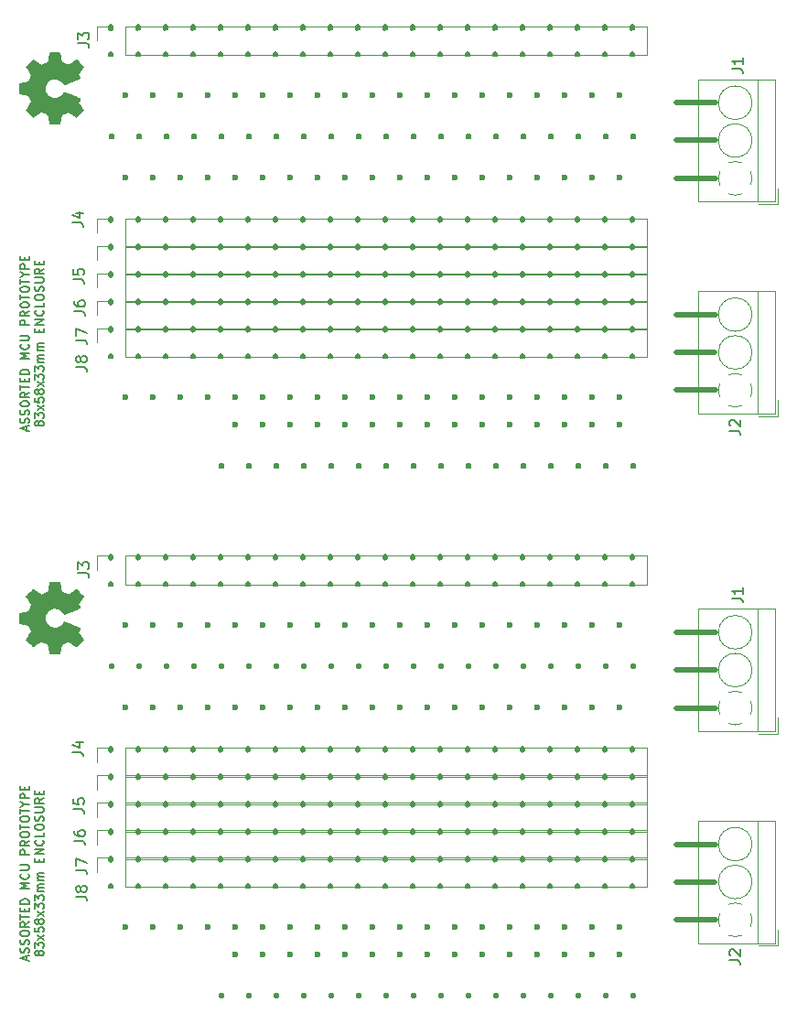
<source format=gbr>
G04 #@! TF.GenerationSoftware,KiCad,Pcbnew,5.1.5+dfsg1-2build2*
G04 #@! TF.CreationDate,2021-11-16T14:52:41-05:00*
G04 #@! TF.ProjectId,,58585858-5858-4585-9858-585858585858,rev?*
G04 #@! TF.SameCoordinates,Original*
G04 #@! TF.FileFunction,Legend,Top*
G04 #@! TF.FilePolarity,Positive*
%FSLAX46Y46*%
G04 Gerber Fmt 4.6, Leading zero omitted, Abs format (unit mm)*
G04 Created by KiCad (PCBNEW 5.1.5+dfsg1-2build2) date 2021-11-16 14:52:41*
%MOMM*%
%LPD*%
G04 APERTURE LIST*
%ADD10C,0.500000*%
%ADD11C,0.150000*%
%ADD12C,0.010000*%
%ADD13C,0.120000*%
%ADD14C,3.102000*%
%ADD15C,2.102000*%
%ADD16R,2.502000X2.502000*%
%ADD17C,2.502000*%
%ADD18R,1.802000X1.802000*%
%ADD19O,1.802000X1.802000*%
%ADD20C,2.100980*%
G04 APERTURE END LIST*
D10*
X177800000Y-107966100D02*
X174180500Y-107966100D01*
X177812700Y-111458600D02*
X174193200Y-111458600D01*
X177812700Y-114963800D02*
X174193200Y-114963800D01*
X177812700Y-127574900D02*
X174193200Y-127574900D01*
X177787300Y-131054700D02*
X174167800Y-131054700D01*
X177812700Y-134547200D02*
X174193200Y-134547200D01*
D11*
X114099333Y-138305390D02*
X114099333Y-137924438D01*
X114327904Y-138381580D02*
X113527904Y-138114914D01*
X114327904Y-137848247D01*
X114289809Y-137619676D02*
X114327904Y-137505390D01*
X114327904Y-137314914D01*
X114289809Y-137238723D01*
X114251714Y-137200628D01*
X114175523Y-137162533D01*
X114099333Y-137162533D01*
X114023142Y-137200628D01*
X113985047Y-137238723D01*
X113946952Y-137314914D01*
X113908857Y-137467295D01*
X113870761Y-137543485D01*
X113832666Y-137581580D01*
X113756476Y-137619676D01*
X113680285Y-137619676D01*
X113604095Y-137581580D01*
X113566000Y-137543485D01*
X113527904Y-137467295D01*
X113527904Y-137276819D01*
X113566000Y-137162533D01*
X114289809Y-136857771D02*
X114327904Y-136743485D01*
X114327904Y-136553009D01*
X114289809Y-136476819D01*
X114251714Y-136438723D01*
X114175523Y-136400628D01*
X114099333Y-136400628D01*
X114023142Y-136438723D01*
X113985047Y-136476819D01*
X113946952Y-136553009D01*
X113908857Y-136705390D01*
X113870761Y-136781580D01*
X113832666Y-136819676D01*
X113756476Y-136857771D01*
X113680285Y-136857771D01*
X113604095Y-136819676D01*
X113566000Y-136781580D01*
X113527904Y-136705390D01*
X113527904Y-136514914D01*
X113566000Y-136400628D01*
X113527904Y-135905390D02*
X113527904Y-135753009D01*
X113566000Y-135676819D01*
X113642190Y-135600628D01*
X113794571Y-135562533D01*
X114061238Y-135562533D01*
X114213619Y-135600628D01*
X114289809Y-135676819D01*
X114327904Y-135753009D01*
X114327904Y-135905390D01*
X114289809Y-135981580D01*
X114213619Y-136057771D01*
X114061238Y-136095866D01*
X113794571Y-136095866D01*
X113642190Y-136057771D01*
X113566000Y-135981580D01*
X113527904Y-135905390D01*
X114327904Y-134762533D02*
X113946952Y-135029200D01*
X114327904Y-135219676D02*
X113527904Y-135219676D01*
X113527904Y-134914914D01*
X113566000Y-134838723D01*
X113604095Y-134800628D01*
X113680285Y-134762533D01*
X113794571Y-134762533D01*
X113870761Y-134800628D01*
X113908857Y-134838723D01*
X113946952Y-134914914D01*
X113946952Y-135219676D01*
X113527904Y-134533961D02*
X113527904Y-134076819D01*
X114327904Y-134305390D02*
X113527904Y-134305390D01*
X113908857Y-133810152D02*
X113908857Y-133543485D01*
X114327904Y-133429200D02*
X114327904Y-133810152D01*
X113527904Y-133810152D01*
X113527904Y-133429200D01*
X114327904Y-133086342D02*
X113527904Y-133086342D01*
X113527904Y-132895866D01*
X113566000Y-132781580D01*
X113642190Y-132705390D01*
X113718380Y-132667295D01*
X113870761Y-132629200D01*
X113985047Y-132629200D01*
X114137428Y-132667295D01*
X114213619Y-132705390D01*
X114289809Y-132781580D01*
X114327904Y-132895866D01*
X114327904Y-133086342D01*
X114327904Y-131676819D02*
X113527904Y-131676819D01*
X114099333Y-131410152D01*
X113527904Y-131143485D01*
X114327904Y-131143485D01*
X114251714Y-130305390D02*
X114289809Y-130343485D01*
X114327904Y-130457771D01*
X114327904Y-130533961D01*
X114289809Y-130648247D01*
X114213619Y-130724438D01*
X114137428Y-130762533D01*
X113985047Y-130800628D01*
X113870761Y-130800628D01*
X113718380Y-130762533D01*
X113642190Y-130724438D01*
X113566000Y-130648247D01*
X113527904Y-130533961D01*
X113527904Y-130457771D01*
X113566000Y-130343485D01*
X113604095Y-130305390D01*
X113527904Y-129962533D02*
X114175523Y-129962533D01*
X114251714Y-129924438D01*
X114289809Y-129886342D01*
X114327904Y-129810152D01*
X114327904Y-129657771D01*
X114289809Y-129581580D01*
X114251714Y-129543485D01*
X114175523Y-129505390D01*
X113527904Y-129505390D01*
X114327904Y-128514914D02*
X113527904Y-128514914D01*
X113527904Y-128210152D01*
X113566000Y-128133961D01*
X113604095Y-128095866D01*
X113680285Y-128057771D01*
X113794571Y-128057771D01*
X113870761Y-128095866D01*
X113908857Y-128133961D01*
X113946952Y-128210152D01*
X113946952Y-128514914D01*
X114327904Y-127257771D02*
X113946952Y-127524438D01*
X114327904Y-127714914D02*
X113527904Y-127714914D01*
X113527904Y-127410152D01*
X113566000Y-127333961D01*
X113604095Y-127295866D01*
X113680285Y-127257771D01*
X113794571Y-127257771D01*
X113870761Y-127295866D01*
X113908857Y-127333961D01*
X113946952Y-127410152D01*
X113946952Y-127714914D01*
X113527904Y-126762533D02*
X113527904Y-126610152D01*
X113566000Y-126533961D01*
X113642190Y-126457771D01*
X113794571Y-126419676D01*
X114061238Y-126419676D01*
X114213619Y-126457771D01*
X114289809Y-126533961D01*
X114327904Y-126610152D01*
X114327904Y-126762533D01*
X114289809Y-126838723D01*
X114213619Y-126914914D01*
X114061238Y-126953009D01*
X113794571Y-126953009D01*
X113642190Y-126914914D01*
X113566000Y-126838723D01*
X113527904Y-126762533D01*
X113527904Y-126191104D02*
X113527904Y-125733961D01*
X114327904Y-125962533D02*
X113527904Y-125962533D01*
X113527904Y-125314914D02*
X113527904Y-125162533D01*
X113566000Y-125086342D01*
X113642190Y-125010152D01*
X113794571Y-124972057D01*
X114061238Y-124972057D01*
X114213619Y-125010152D01*
X114289809Y-125086342D01*
X114327904Y-125162533D01*
X114327904Y-125314914D01*
X114289809Y-125391104D01*
X114213619Y-125467295D01*
X114061238Y-125505390D01*
X113794571Y-125505390D01*
X113642190Y-125467295D01*
X113566000Y-125391104D01*
X113527904Y-125314914D01*
X113527904Y-124743485D02*
X113527904Y-124286342D01*
X114327904Y-124514914D02*
X113527904Y-124514914D01*
X113946952Y-123867295D02*
X114327904Y-123867295D01*
X113527904Y-124133961D02*
X113946952Y-123867295D01*
X113527904Y-123600628D01*
X114327904Y-123333961D02*
X113527904Y-123333961D01*
X113527904Y-123029200D01*
X113566000Y-122953009D01*
X113604095Y-122914914D01*
X113680285Y-122876819D01*
X113794571Y-122876819D01*
X113870761Y-122914914D01*
X113908857Y-122953009D01*
X113946952Y-123029200D01*
X113946952Y-123333961D01*
X113908857Y-122533961D02*
X113908857Y-122267295D01*
X114327904Y-122153009D02*
X114327904Y-122533961D01*
X113527904Y-122533961D01*
X113527904Y-122153009D01*
X115220761Y-137714914D02*
X115182666Y-137791104D01*
X115144571Y-137829200D01*
X115068380Y-137867295D01*
X115030285Y-137867295D01*
X114954095Y-137829200D01*
X114916000Y-137791104D01*
X114877904Y-137714914D01*
X114877904Y-137562533D01*
X114916000Y-137486342D01*
X114954095Y-137448247D01*
X115030285Y-137410152D01*
X115068380Y-137410152D01*
X115144571Y-137448247D01*
X115182666Y-137486342D01*
X115220761Y-137562533D01*
X115220761Y-137714914D01*
X115258857Y-137791104D01*
X115296952Y-137829200D01*
X115373142Y-137867295D01*
X115525523Y-137867295D01*
X115601714Y-137829200D01*
X115639809Y-137791104D01*
X115677904Y-137714914D01*
X115677904Y-137562533D01*
X115639809Y-137486342D01*
X115601714Y-137448247D01*
X115525523Y-137410152D01*
X115373142Y-137410152D01*
X115296952Y-137448247D01*
X115258857Y-137486342D01*
X115220761Y-137562533D01*
X114877904Y-137143485D02*
X114877904Y-136648247D01*
X115182666Y-136914914D01*
X115182666Y-136800628D01*
X115220761Y-136724438D01*
X115258857Y-136686342D01*
X115335047Y-136648247D01*
X115525523Y-136648247D01*
X115601714Y-136686342D01*
X115639809Y-136724438D01*
X115677904Y-136800628D01*
X115677904Y-137029200D01*
X115639809Y-137105390D01*
X115601714Y-137143485D01*
X115677904Y-136381580D02*
X115144571Y-135962533D01*
X115144571Y-136381580D02*
X115677904Y-135962533D01*
X114877904Y-135276819D02*
X114877904Y-135657771D01*
X115258857Y-135695866D01*
X115220761Y-135657771D01*
X115182666Y-135581580D01*
X115182666Y-135391104D01*
X115220761Y-135314914D01*
X115258857Y-135276819D01*
X115335047Y-135238723D01*
X115525523Y-135238723D01*
X115601714Y-135276819D01*
X115639809Y-135314914D01*
X115677904Y-135391104D01*
X115677904Y-135581580D01*
X115639809Y-135657771D01*
X115601714Y-135695866D01*
X115220761Y-134781580D02*
X115182666Y-134857771D01*
X115144571Y-134895866D01*
X115068380Y-134933961D01*
X115030285Y-134933961D01*
X114954095Y-134895866D01*
X114916000Y-134857771D01*
X114877904Y-134781580D01*
X114877904Y-134629200D01*
X114916000Y-134553009D01*
X114954095Y-134514914D01*
X115030285Y-134476819D01*
X115068380Y-134476819D01*
X115144571Y-134514914D01*
X115182666Y-134553009D01*
X115220761Y-134629200D01*
X115220761Y-134781580D01*
X115258857Y-134857771D01*
X115296952Y-134895866D01*
X115373142Y-134933961D01*
X115525523Y-134933961D01*
X115601714Y-134895866D01*
X115639809Y-134857771D01*
X115677904Y-134781580D01*
X115677904Y-134629200D01*
X115639809Y-134553009D01*
X115601714Y-134514914D01*
X115525523Y-134476819D01*
X115373142Y-134476819D01*
X115296952Y-134514914D01*
X115258857Y-134553009D01*
X115220761Y-134629200D01*
X115677904Y-134210152D02*
X115144571Y-133791104D01*
X115144571Y-134210152D02*
X115677904Y-133791104D01*
X114877904Y-133562533D02*
X114877904Y-133067295D01*
X115182666Y-133333961D01*
X115182666Y-133219676D01*
X115220761Y-133143485D01*
X115258857Y-133105390D01*
X115335047Y-133067295D01*
X115525523Y-133067295D01*
X115601714Y-133105390D01*
X115639809Y-133143485D01*
X115677904Y-133219676D01*
X115677904Y-133448247D01*
X115639809Y-133524438D01*
X115601714Y-133562533D01*
X114877904Y-132800628D02*
X114877904Y-132305390D01*
X115182666Y-132572057D01*
X115182666Y-132457771D01*
X115220761Y-132381580D01*
X115258857Y-132343485D01*
X115335047Y-132305390D01*
X115525523Y-132305390D01*
X115601714Y-132343485D01*
X115639809Y-132381580D01*
X115677904Y-132457771D01*
X115677904Y-132686342D01*
X115639809Y-132762533D01*
X115601714Y-132800628D01*
X115677904Y-131962533D02*
X115144571Y-131962533D01*
X115220761Y-131962533D02*
X115182666Y-131924438D01*
X115144571Y-131848247D01*
X115144571Y-131733961D01*
X115182666Y-131657771D01*
X115258857Y-131619676D01*
X115677904Y-131619676D01*
X115258857Y-131619676D02*
X115182666Y-131581580D01*
X115144571Y-131505390D01*
X115144571Y-131391104D01*
X115182666Y-131314914D01*
X115258857Y-131276819D01*
X115677904Y-131276819D01*
X115677904Y-130895866D02*
X115144571Y-130895866D01*
X115220761Y-130895866D02*
X115182666Y-130857771D01*
X115144571Y-130781580D01*
X115144571Y-130667295D01*
X115182666Y-130591104D01*
X115258857Y-130553009D01*
X115677904Y-130553009D01*
X115258857Y-130553009D02*
X115182666Y-130514914D01*
X115144571Y-130438723D01*
X115144571Y-130324438D01*
X115182666Y-130248247D01*
X115258857Y-130210152D01*
X115677904Y-130210152D01*
X115258857Y-129219676D02*
X115258857Y-128953009D01*
X115677904Y-128838723D02*
X115677904Y-129219676D01*
X114877904Y-129219676D01*
X114877904Y-128838723D01*
X115677904Y-128495866D02*
X114877904Y-128495866D01*
X115677904Y-128038723D01*
X114877904Y-128038723D01*
X115601714Y-127200628D02*
X115639809Y-127238723D01*
X115677904Y-127353009D01*
X115677904Y-127429200D01*
X115639809Y-127543485D01*
X115563619Y-127619676D01*
X115487428Y-127657771D01*
X115335047Y-127695866D01*
X115220761Y-127695866D01*
X115068380Y-127657771D01*
X114992190Y-127619676D01*
X114916000Y-127543485D01*
X114877904Y-127429200D01*
X114877904Y-127353009D01*
X114916000Y-127238723D01*
X114954095Y-127200628D01*
X115677904Y-126476819D02*
X115677904Y-126857771D01*
X114877904Y-126857771D01*
X114877904Y-126057771D02*
X114877904Y-125905390D01*
X114916000Y-125829200D01*
X114992190Y-125753009D01*
X115144571Y-125714914D01*
X115411238Y-125714914D01*
X115563619Y-125753009D01*
X115639809Y-125829200D01*
X115677904Y-125905390D01*
X115677904Y-126057771D01*
X115639809Y-126133961D01*
X115563619Y-126210152D01*
X115411238Y-126248247D01*
X115144571Y-126248247D01*
X114992190Y-126210152D01*
X114916000Y-126133961D01*
X114877904Y-126057771D01*
X115639809Y-125410152D02*
X115677904Y-125295866D01*
X115677904Y-125105390D01*
X115639809Y-125029200D01*
X115601714Y-124991104D01*
X115525523Y-124953009D01*
X115449333Y-124953009D01*
X115373142Y-124991104D01*
X115335047Y-125029200D01*
X115296952Y-125105390D01*
X115258857Y-125257771D01*
X115220761Y-125333961D01*
X115182666Y-125372057D01*
X115106476Y-125410152D01*
X115030285Y-125410152D01*
X114954095Y-125372057D01*
X114916000Y-125333961D01*
X114877904Y-125257771D01*
X114877904Y-125067295D01*
X114916000Y-124953009D01*
X114877904Y-124610152D02*
X115525523Y-124610152D01*
X115601714Y-124572057D01*
X115639809Y-124533961D01*
X115677904Y-124457771D01*
X115677904Y-124305390D01*
X115639809Y-124229200D01*
X115601714Y-124191104D01*
X115525523Y-124153009D01*
X114877904Y-124153009D01*
X115677904Y-123314914D02*
X115296952Y-123581580D01*
X115677904Y-123772057D02*
X114877904Y-123772057D01*
X114877904Y-123467295D01*
X114916000Y-123391104D01*
X114954095Y-123353009D01*
X115030285Y-123314914D01*
X115144571Y-123314914D01*
X115220761Y-123353009D01*
X115258857Y-123391104D01*
X115296952Y-123467295D01*
X115296952Y-123772057D01*
X115258857Y-122972057D02*
X115258857Y-122705390D01*
X115677904Y-122591104D02*
X115677904Y-122972057D01*
X114877904Y-122972057D01*
X114877904Y-122591104D01*
D10*
X121907300Y-100917600D02*
X121907300Y-101133500D01*
X124447300Y-100917600D02*
X124447300Y-101133500D01*
X126987300Y-100917600D02*
X126987300Y-101133500D01*
X129527300Y-100917600D02*
X129527300Y-101133500D01*
X132067300Y-100917600D02*
X132067300Y-101133500D01*
X134607300Y-100917600D02*
X134607300Y-101133500D01*
X137147300Y-100917600D02*
X137147300Y-101133500D01*
X139687300Y-100917600D02*
X139687300Y-101133500D01*
X142227300Y-100917600D02*
X142227300Y-101133500D01*
X144767300Y-100917600D02*
X144767300Y-101133500D01*
X147307300Y-100917600D02*
X147307300Y-101133500D01*
X149847300Y-100917600D02*
X149847300Y-101133500D01*
X152387300Y-100917600D02*
X152387300Y-101133500D01*
X154927300Y-100917600D02*
X154927300Y-101133500D01*
X157467300Y-100917600D02*
X157467300Y-101133500D01*
X160007300Y-100917600D02*
X160007300Y-101133500D01*
X162547300Y-100917600D02*
X162547300Y-101133500D01*
X165087300Y-100917600D02*
X165087300Y-101133500D01*
X167627300Y-100917600D02*
X167627300Y-101133500D01*
X170167300Y-100917600D02*
X170167300Y-101133500D01*
X121907300Y-103457600D02*
X121907300Y-103673500D01*
X124447300Y-103457600D02*
X124447300Y-103673500D01*
X126987300Y-103457600D02*
X126987300Y-103673500D01*
X129527300Y-103457600D02*
X129527300Y-103673500D01*
X132067300Y-103457600D02*
X132067300Y-103673500D01*
X134607300Y-103457600D02*
X134607300Y-103673500D01*
X137147300Y-103457600D02*
X137147300Y-103673500D01*
X139687300Y-103457600D02*
X139687300Y-103673500D01*
X142227300Y-103457600D02*
X142227300Y-103673500D01*
X144767300Y-103457600D02*
X144767300Y-103673500D01*
X147307300Y-103457600D02*
X147307300Y-103673500D01*
X149847300Y-103457600D02*
X149847300Y-103673500D01*
X152387300Y-103457600D02*
X152387300Y-103673500D01*
X154927300Y-103457600D02*
X154927300Y-103673500D01*
X157467300Y-103457600D02*
X157467300Y-103673500D01*
X160007300Y-103457600D02*
X160007300Y-103673500D01*
X162547300Y-103457600D02*
X162547300Y-103673500D01*
X165087300Y-103457600D02*
X165087300Y-103673500D01*
X167627300Y-103457600D02*
X167627300Y-103673500D01*
X170167300Y-103457600D02*
X170167300Y-103673500D01*
X121920000Y-111001400D02*
X121920000Y-111217300D01*
X124460000Y-111001400D02*
X124460000Y-111217300D01*
X127000000Y-111001400D02*
X127000000Y-111217300D01*
X129540000Y-111001400D02*
X129540000Y-111217300D01*
X132080000Y-111001400D02*
X132080000Y-111217300D01*
X134620000Y-111001400D02*
X134620000Y-111217300D01*
X137160000Y-111001400D02*
X137160000Y-111217300D01*
X139700000Y-111001400D02*
X139700000Y-111217300D01*
X142240000Y-111001400D02*
X142240000Y-111217300D01*
X144780000Y-111001400D02*
X144780000Y-111217300D01*
X147320000Y-111001400D02*
X147320000Y-111217300D01*
X149860000Y-111001400D02*
X149860000Y-111217300D01*
X152400000Y-111001400D02*
X152400000Y-111217300D01*
X154940000Y-111001400D02*
X154940000Y-111217300D01*
X157480000Y-111001400D02*
X157480000Y-111217300D01*
X160020000Y-111001400D02*
X160020000Y-111217300D01*
X162560000Y-111001400D02*
X162560000Y-111217300D01*
X165100000Y-111001400D02*
X165100000Y-111217300D01*
X167640000Y-111001400D02*
X167640000Y-111217300D01*
X170180000Y-111001400D02*
X170180000Y-111217300D01*
X121907300Y-118684900D02*
X121907300Y-118900800D01*
X124447300Y-118684900D02*
X124447300Y-118900800D01*
X126987300Y-118684900D02*
X126987300Y-118900800D01*
X129527300Y-118684900D02*
X129527300Y-118900800D01*
X132067300Y-118684900D02*
X132067300Y-118900800D01*
X134607300Y-118684900D02*
X134607300Y-118900800D01*
X137147300Y-118684900D02*
X137147300Y-118900800D01*
X139687300Y-118684900D02*
X139687300Y-118900800D01*
X142227300Y-118684900D02*
X142227300Y-118900800D01*
X144767300Y-118684900D02*
X144767300Y-118900800D01*
X147307300Y-118684900D02*
X147307300Y-118900800D01*
X149847300Y-118684900D02*
X149847300Y-118900800D01*
X152387300Y-118684900D02*
X152387300Y-118900800D01*
X154927300Y-118684900D02*
X154927300Y-118900800D01*
X157467300Y-118684900D02*
X157467300Y-118900800D01*
X160007300Y-118684900D02*
X160007300Y-118900800D01*
X162547300Y-118684900D02*
X162547300Y-118900800D01*
X165087300Y-118684900D02*
X165087300Y-118900800D01*
X167627300Y-118684900D02*
X167627300Y-118900800D01*
X170167300Y-118684900D02*
X170167300Y-118900800D01*
X121907300Y-121224900D02*
X121907300Y-121440800D01*
X124447300Y-121224900D02*
X124447300Y-121440800D01*
X126987300Y-121224900D02*
X126987300Y-121440800D01*
X129527300Y-121224900D02*
X129527300Y-121440800D01*
X132067300Y-121224900D02*
X132067300Y-121440800D01*
X134607300Y-121224900D02*
X134607300Y-121440800D01*
X137147300Y-121224900D02*
X137147300Y-121440800D01*
X139687300Y-121224900D02*
X139687300Y-121440800D01*
X142227300Y-121224900D02*
X142227300Y-121440800D01*
X144767300Y-121224900D02*
X144767300Y-121440800D01*
X147307300Y-121224900D02*
X147307300Y-121440800D01*
X149847300Y-121224900D02*
X149847300Y-121440800D01*
X152387300Y-121224900D02*
X152387300Y-121440800D01*
X154927300Y-121224900D02*
X154927300Y-121440800D01*
X157467300Y-121224900D02*
X157467300Y-121440800D01*
X160007300Y-121224900D02*
X160007300Y-121440800D01*
X162547300Y-121224900D02*
X162547300Y-121440800D01*
X165087300Y-121224900D02*
X165087300Y-121440800D01*
X167627300Y-121224900D02*
X167627300Y-121440800D01*
X170167300Y-121224900D02*
X170167300Y-121440800D01*
X121907300Y-123764900D02*
X121907300Y-123980800D01*
X124447300Y-123764900D02*
X124447300Y-123980800D01*
X126987300Y-123764900D02*
X126987300Y-123980800D01*
X129527300Y-123764900D02*
X129527300Y-123980800D01*
X132067300Y-123764900D02*
X132067300Y-123980800D01*
X134607300Y-123764900D02*
X134607300Y-123980800D01*
X137147300Y-123764900D02*
X137147300Y-123980800D01*
X139687300Y-123764900D02*
X139687300Y-123980800D01*
X142227300Y-123764900D02*
X142227300Y-123980800D01*
X144767300Y-123764900D02*
X144767300Y-123980800D01*
X147307300Y-123764900D02*
X147307300Y-123980800D01*
X149847300Y-123764900D02*
X149847300Y-123980800D01*
X152387300Y-123764900D02*
X152387300Y-123980800D01*
X154927300Y-123764900D02*
X154927300Y-123980800D01*
X157467300Y-123764900D02*
X157467300Y-123980800D01*
X160007300Y-123764900D02*
X160007300Y-123980800D01*
X162547300Y-123764900D02*
X162547300Y-123980800D01*
X165087300Y-123764900D02*
X165087300Y-123980800D01*
X167627300Y-123764900D02*
X167627300Y-123980800D01*
X170167300Y-123764900D02*
X170167300Y-123980800D01*
X121907300Y-126304900D02*
X121907300Y-126520800D01*
X124447300Y-126304900D02*
X124447300Y-126520800D01*
X126987300Y-126304900D02*
X126987300Y-126520800D01*
X129527300Y-126304900D02*
X129527300Y-126520800D01*
X132067300Y-126304900D02*
X132067300Y-126520800D01*
X134607300Y-126304900D02*
X134607300Y-126520800D01*
X137147300Y-126304900D02*
X137147300Y-126520800D01*
X139687300Y-126304900D02*
X139687300Y-126520800D01*
X142227300Y-126304900D02*
X142227300Y-126520800D01*
X144767300Y-126304900D02*
X144767300Y-126520800D01*
X147307300Y-126304900D02*
X147307300Y-126520800D01*
X149847300Y-126304900D02*
X149847300Y-126520800D01*
X152387300Y-126304900D02*
X152387300Y-126520800D01*
X154927300Y-126304900D02*
X154927300Y-126520800D01*
X157467300Y-126304900D02*
X157467300Y-126520800D01*
X160007300Y-126304900D02*
X160007300Y-126520800D01*
X162547300Y-126304900D02*
X162547300Y-126520800D01*
X165087300Y-126304900D02*
X165087300Y-126520800D01*
X167627300Y-126304900D02*
X167627300Y-126520800D01*
X170167300Y-126304900D02*
X170167300Y-126520800D01*
X121907300Y-128844900D02*
X121907300Y-129060800D01*
X124447300Y-128844900D02*
X124447300Y-129060800D01*
X126987300Y-128844900D02*
X126987300Y-129060800D01*
X129527300Y-128844900D02*
X129527300Y-129060800D01*
X132067300Y-128844900D02*
X132067300Y-129060800D01*
X134607300Y-128844900D02*
X134607300Y-129060800D01*
X137147300Y-128844900D02*
X137147300Y-129060800D01*
X139687300Y-128844900D02*
X139687300Y-129060800D01*
X142227300Y-128844900D02*
X142227300Y-129060800D01*
X144767300Y-128844900D02*
X144767300Y-129060800D01*
X147307300Y-128844900D02*
X147307300Y-129060800D01*
X149847300Y-128844900D02*
X149847300Y-129060800D01*
X152387300Y-128844900D02*
X152387300Y-129060800D01*
X154927300Y-128844900D02*
X154927300Y-129060800D01*
X157467300Y-128844900D02*
X157467300Y-129060800D01*
X160007300Y-128844900D02*
X160007300Y-129060800D01*
X162547300Y-128844900D02*
X162547300Y-129060800D01*
X165087300Y-128844900D02*
X165087300Y-129060800D01*
X167627300Y-128844900D02*
X167627300Y-129060800D01*
X170167300Y-128844900D02*
X170167300Y-129060800D01*
X121907300Y-131384900D02*
X121907300Y-131600800D01*
X124447300Y-131384900D02*
X124447300Y-131600800D01*
X126987300Y-131384900D02*
X126987300Y-131600800D01*
X129527300Y-131384900D02*
X129527300Y-131600800D01*
X132067300Y-131384900D02*
X132067300Y-131600800D01*
X134607300Y-131384900D02*
X134607300Y-131600800D01*
X137147300Y-131384900D02*
X137147300Y-131600800D01*
X139687300Y-131384900D02*
X139687300Y-131600800D01*
X142227300Y-131384900D02*
X142227300Y-131600800D01*
X144767300Y-131384900D02*
X144767300Y-131600800D01*
X147307300Y-131384900D02*
X147307300Y-131600800D01*
X149847300Y-131384900D02*
X149847300Y-131600800D01*
X152387300Y-131384900D02*
X152387300Y-131600800D01*
X154927300Y-131384900D02*
X154927300Y-131600800D01*
X157467300Y-131384900D02*
X157467300Y-131600800D01*
X160007300Y-131384900D02*
X160007300Y-131600800D01*
X162547300Y-131384900D02*
X162547300Y-131600800D01*
X165087300Y-131384900D02*
X165087300Y-131600800D01*
X167627300Y-131384900D02*
X167627300Y-131600800D01*
X170167300Y-131384900D02*
X170167300Y-131600800D01*
X132080000Y-141481400D02*
X132080000Y-141697300D01*
X134620000Y-141481400D02*
X134620000Y-141697300D01*
X137160000Y-141481400D02*
X137160000Y-141697300D01*
X139700000Y-141481400D02*
X139700000Y-141697300D01*
X142240000Y-141481400D02*
X142240000Y-141697300D01*
X144780000Y-141481400D02*
X144780000Y-141697300D01*
X147320000Y-141481400D02*
X147320000Y-141697300D01*
X149860000Y-141481400D02*
X149860000Y-141697300D01*
X152400000Y-141481400D02*
X152400000Y-141697300D01*
X154940000Y-141481400D02*
X154940000Y-141697300D01*
X157480000Y-141481400D02*
X157480000Y-141697300D01*
X160020000Y-141481400D02*
X160020000Y-141697300D01*
X162560000Y-141481400D02*
X162560000Y-141697300D01*
X165100000Y-141481400D02*
X165100000Y-141697300D01*
X167640000Y-141481400D02*
X167640000Y-141697300D01*
X170180000Y-141481400D02*
X170180000Y-141697300D01*
X133451600Y-137773000D02*
X133235700Y-137773000D01*
X135991600Y-137773000D02*
X135775700Y-137773000D01*
X138531600Y-137773000D02*
X138315700Y-137773000D01*
X141071600Y-137773000D02*
X140855700Y-137773000D01*
X143611600Y-137773000D02*
X143395700Y-137773000D01*
X146151600Y-137773000D02*
X145935700Y-137773000D01*
X148691600Y-137773000D02*
X148475700Y-137773000D01*
X151231600Y-137773000D02*
X151015700Y-137773000D01*
X153771600Y-137773000D02*
X153555700Y-137773000D01*
X156311600Y-137773000D02*
X156095700Y-137773000D01*
X158851600Y-137773000D02*
X158635700Y-137773000D01*
X161391600Y-137773000D02*
X161175700Y-137773000D01*
X163931600Y-137773000D02*
X163715700Y-137773000D01*
X166471600Y-137773000D02*
X166255700Y-137773000D01*
X169011600Y-137773000D02*
X168795700Y-137773000D01*
X123291600Y-135245700D02*
X123075700Y-135245700D01*
X125831600Y-135245700D02*
X125615700Y-135245700D01*
X128371600Y-135245700D02*
X128155700Y-135245700D01*
X130911600Y-135245700D02*
X130695700Y-135245700D01*
X133451600Y-135245700D02*
X133235700Y-135245700D01*
X135991600Y-135245700D02*
X135775700Y-135245700D01*
X138531600Y-135245700D02*
X138315700Y-135245700D01*
X141071600Y-135245700D02*
X140855700Y-135245700D01*
X143611600Y-135245700D02*
X143395700Y-135245700D01*
X146151600Y-135245700D02*
X145935700Y-135245700D01*
X148691600Y-135245700D02*
X148475700Y-135245700D01*
X151231600Y-135245700D02*
X151015700Y-135245700D01*
X153771600Y-135245700D02*
X153555700Y-135245700D01*
X156311600Y-135245700D02*
X156095700Y-135245700D01*
X158851600Y-135245700D02*
X158635700Y-135245700D01*
X161391600Y-135245700D02*
X161175700Y-135245700D01*
X163931600Y-135245700D02*
X163715700Y-135245700D01*
X166471600Y-135245700D02*
X166255700Y-135245700D01*
X169011600Y-135245700D02*
X168795700Y-135245700D01*
X123291600Y-114913000D02*
X123075700Y-114913000D01*
X125831600Y-114913000D02*
X125615700Y-114913000D01*
X128371600Y-114913000D02*
X128155700Y-114913000D01*
X130911600Y-114913000D02*
X130695700Y-114913000D01*
X133451600Y-114913000D02*
X133235700Y-114913000D01*
X135991600Y-114913000D02*
X135775700Y-114913000D01*
X138531600Y-114913000D02*
X138315700Y-114913000D01*
X141071600Y-114913000D02*
X140855700Y-114913000D01*
X143611600Y-114913000D02*
X143395700Y-114913000D01*
X146151600Y-114913000D02*
X145935700Y-114913000D01*
X148691600Y-114913000D02*
X148475700Y-114913000D01*
X151231600Y-114913000D02*
X151015700Y-114913000D01*
X153771600Y-114913000D02*
X153555700Y-114913000D01*
X156311600Y-114913000D02*
X156095700Y-114913000D01*
X158851600Y-114913000D02*
X158635700Y-114913000D01*
X161391600Y-114913000D02*
X161175700Y-114913000D01*
X163931600Y-114913000D02*
X163715700Y-114913000D01*
X166471600Y-114913000D02*
X166255700Y-114913000D01*
X169011600Y-114913000D02*
X168795700Y-114913000D01*
X123291600Y-107293000D02*
X123075700Y-107293000D01*
X125831600Y-107293000D02*
X125615700Y-107293000D01*
X128371600Y-107293000D02*
X128155700Y-107293000D01*
X130911600Y-107293000D02*
X130695700Y-107293000D01*
X133451600Y-107293000D02*
X133235700Y-107293000D01*
X135991600Y-107293000D02*
X135775700Y-107293000D01*
X138531600Y-107293000D02*
X138315700Y-107293000D01*
X141071600Y-107293000D02*
X140855700Y-107293000D01*
X143611600Y-107293000D02*
X143395700Y-107293000D01*
X146151600Y-107293000D02*
X145935700Y-107293000D01*
X148691600Y-107293000D02*
X148475700Y-107293000D01*
X151231600Y-107293000D02*
X151015700Y-107293000D01*
X153771600Y-107293000D02*
X153555700Y-107293000D01*
X156311600Y-107293000D02*
X156095700Y-107293000D01*
X158851600Y-107293000D02*
X158635700Y-107293000D01*
X161391600Y-107293000D02*
X161175700Y-107293000D01*
X163931600Y-107293000D02*
X163715700Y-107293000D01*
X166471600Y-107293000D02*
X166255700Y-107293000D01*
X169011600Y-107293000D02*
X168795700Y-107293000D01*
X169011600Y-58293000D02*
X168795700Y-58293000D01*
X166471600Y-58293000D02*
X166255700Y-58293000D01*
X163931600Y-58293000D02*
X163715700Y-58293000D01*
X161391600Y-58293000D02*
X161175700Y-58293000D01*
X158851600Y-58293000D02*
X158635700Y-58293000D01*
X156311600Y-58293000D02*
X156095700Y-58293000D01*
X153771600Y-58293000D02*
X153555700Y-58293000D01*
X151231600Y-58293000D02*
X151015700Y-58293000D01*
X148691600Y-58293000D02*
X148475700Y-58293000D01*
X146151600Y-58293000D02*
X145935700Y-58293000D01*
X143611600Y-58293000D02*
X143395700Y-58293000D01*
X141071600Y-58293000D02*
X140855700Y-58293000D01*
X138531600Y-58293000D02*
X138315700Y-58293000D01*
X135991600Y-58293000D02*
X135775700Y-58293000D01*
X133451600Y-58293000D02*
X133235700Y-58293000D01*
X130911600Y-58293000D02*
X130695700Y-58293000D01*
X128371600Y-58293000D02*
X128155700Y-58293000D01*
X125831600Y-58293000D02*
X125615700Y-58293000D01*
X123291600Y-58293000D02*
X123075700Y-58293000D01*
X169011600Y-65913000D02*
X168795700Y-65913000D01*
X166471600Y-65913000D02*
X166255700Y-65913000D01*
X163931600Y-65913000D02*
X163715700Y-65913000D01*
X161391600Y-65913000D02*
X161175700Y-65913000D01*
X158851600Y-65913000D02*
X158635700Y-65913000D01*
X156311600Y-65913000D02*
X156095700Y-65913000D01*
X153771600Y-65913000D02*
X153555700Y-65913000D01*
X151231600Y-65913000D02*
X151015700Y-65913000D01*
X148691600Y-65913000D02*
X148475700Y-65913000D01*
X146151600Y-65913000D02*
X145935700Y-65913000D01*
X143611600Y-65913000D02*
X143395700Y-65913000D01*
X141071600Y-65913000D02*
X140855700Y-65913000D01*
X138531600Y-65913000D02*
X138315700Y-65913000D01*
X135991600Y-65913000D02*
X135775700Y-65913000D01*
X133451600Y-65913000D02*
X133235700Y-65913000D01*
X130911600Y-65913000D02*
X130695700Y-65913000D01*
X128371600Y-65913000D02*
X128155700Y-65913000D01*
X125831600Y-65913000D02*
X125615700Y-65913000D01*
X123291600Y-65913000D02*
X123075700Y-65913000D01*
X169011600Y-86245700D02*
X168795700Y-86245700D01*
X166471600Y-86245700D02*
X166255700Y-86245700D01*
X163931600Y-86245700D02*
X163715700Y-86245700D01*
X161391600Y-86245700D02*
X161175700Y-86245700D01*
X158851600Y-86245700D02*
X158635700Y-86245700D01*
X156311600Y-86245700D02*
X156095700Y-86245700D01*
X153771600Y-86245700D02*
X153555700Y-86245700D01*
X151231600Y-86245700D02*
X151015700Y-86245700D01*
X148691600Y-86245700D02*
X148475700Y-86245700D01*
X146151600Y-86245700D02*
X145935700Y-86245700D01*
X143611600Y-86245700D02*
X143395700Y-86245700D01*
X141071600Y-86245700D02*
X140855700Y-86245700D01*
X138531600Y-86245700D02*
X138315700Y-86245700D01*
X135991600Y-86245700D02*
X135775700Y-86245700D01*
X133451600Y-86245700D02*
X133235700Y-86245700D01*
X130911600Y-86245700D02*
X130695700Y-86245700D01*
X128371600Y-86245700D02*
X128155700Y-86245700D01*
X125831600Y-86245700D02*
X125615700Y-86245700D01*
X123291600Y-86245700D02*
X123075700Y-86245700D01*
X169011600Y-88773000D02*
X168795700Y-88773000D01*
X166471600Y-88773000D02*
X166255700Y-88773000D01*
X163931600Y-88773000D02*
X163715700Y-88773000D01*
X161391600Y-88773000D02*
X161175700Y-88773000D01*
X158851600Y-88773000D02*
X158635700Y-88773000D01*
X156311600Y-88773000D02*
X156095700Y-88773000D01*
X153771600Y-88773000D02*
X153555700Y-88773000D01*
X151231600Y-88773000D02*
X151015700Y-88773000D01*
X148691600Y-88773000D02*
X148475700Y-88773000D01*
X146151600Y-88773000D02*
X145935700Y-88773000D01*
X143611600Y-88773000D02*
X143395700Y-88773000D01*
X141071600Y-88773000D02*
X140855700Y-88773000D01*
X138531600Y-88773000D02*
X138315700Y-88773000D01*
X135991600Y-88773000D02*
X135775700Y-88773000D01*
X133451600Y-88773000D02*
X133235700Y-88773000D01*
X170180000Y-92481400D02*
X170180000Y-92697300D01*
X167640000Y-92481400D02*
X167640000Y-92697300D01*
X165100000Y-92481400D02*
X165100000Y-92697300D01*
X162560000Y-92481400D02*
X162560000Y-92697300D01*
X160020000Y-92481400D02*
X160020000Y-92697300D01*
X157480000Y-92481400D02*
X157480000Y-92697300D01*
X154940000Y-92481400D02*
X154940000Y-92697300D01*
X152400000Y-92481400D02*
X152400000Y-92697300D01*
X149860000Y-92481400D02*
X149860000Y-92697300D01*
X147320000Y-92481400D02*
X147320000Y-92697300D01*
X144780000Y-92481400D02*
X144780000Y-92697300D01*
X142240000Y-92481400D02*
X142240000Y-92697300D01*
X139700000Y-92481400D02*
X139700000Y-92697300D01*
X137160000Y-92481400D02*
X137160000Y-92697300D01*
X134620000Y-92481400D02*
X134620000Y-92697300D01*
X132080000Y-92481400D02*
X132080000Y-92697300D01*
X170167300Y-82384900D02*
X170167300Y-82600800D01*
X167627300Y-82384900D02*
X167627300Y-82600800D01*
X165087300Y-82384900D02*
X165087300Y-82600800D01*
X162547300Y-82384900D02*
X162547300Y-82600800D01*
X160007300Y-82384900D02*
X160007300Y-82600800D01*
X157467300Y-82384900D02*
X157467300Y-82600800D01*
X154927300Y-82384900D02*
X154927300Y-82600800D01*
X152387300Y-82384900D02*
X152387300Y-82600800D01*
X149847300Y-82384900D02*
X149847300Y-82600800D01*
X147307300Y-82384900D02*
X147307300Y-82600800D01*
X144767300Y-82384900D02*
X144767300Y-82600800D01*
X142227300Y-82384900D02*
X142227300Y-82600800D01*
X139687300Y-82384900D02*
X139687300Y-82600800D01*
X137147300Y-82384900D02*
X137147300Y-82600800D01*
X134607300Y-82384900D02*
X134607300Y-82600800D01*
X132067300Y-82384900D02*
X132067300Y-82600800D01*
X129527300Y-82384900D02*
X129527300Y-82600800D01*
X126987300Y-82384900D02*
X126987300Y-82600800D01*
X124447300Y-82384900D02*
X124447300Y-82600800D01*
X121907300Y-82384900D02*
X121907300Y-82600800D01*
X170167300Y-79844900D02*
X170167300Y-80060800D01*
X167627300Y-79844900D02*
X167627300Y-80060800D01*
X165087300Y-79844900D02*
X165087300Y-80060800D01*
X162547300Y-79844900D02*
X162547300Y-80060800D01*
X160007300Y-79844900D02*
X160007300Y-80060800D01*
X157467300Y-79844900D02*
X157467300Y-80060800D01*
X154927300Y-79844900D02*
X154927300Y-80060800D01*
X152387300Y-79844900D02*
X152387300Y-80060800D01*
X149847300Y-79844900D02*
X149847300Y-80060800D01*
X147307300Y-79844900D02*
X147307300Y-80060800D01*
X144767300Y-79844900D02*
X144767300Y-80060800D01*
X142227300Y-79844900D02*
X142227300Y-80060800D01*
X139687300Y-79844900D02*
X139687300Y-80060800D01*
X137147300Y-79844900D02*
X137147300Y-80060800D01*
X134607300Y-79844900D02*
X134607300Y-80060800D01*
X132067300Y-79844900D02*
X132067300Y-80060800D01*
X129527300Y-79844900D02*
X129527300Y-80060800D01*
X126987300Y-79844900D02*
X126987300Y-80060800D01*
X124447300Y-79844900D02*
X124447300Y-80060800D01*
X121907300Y-79844900D02*
X121907300Y-80060800D01*
X170167300Y-77304900D02*
X170167300Y-77520800D01*
X167627300Y-77304900D02*
X167627300Y-77520800D01*
X165087300Y-77304900D02*
X165087300Y-77520800D01*
X162547300Y-77304900D02*
X162547300Y-77520800D01*
X160007300Y-77304900D02*
X160007300Y-77520800D01*
X157467300Y-77304900D02*
X157467300Y-77520800D01*
X154927300Y-77304900D02*
X154927300Y-77520800D01*
X152387300Y-77304900D02*
X152387300Y-77520800D01*
X149847300Y-77304900D02*
X149847300Y-77520800D01*
X147307300Y-77304900D02*
X147307300Y-77520800D01*
X144767300Y-77304900D02*
X144767300Y-77520800D01*
X142227300Y-77304900D02*
X142227300Y-77520800D01*
X139687300Y-77304900D02*
X139687300Y-77520800D01*
X137147300Y-77304900D02*
X137147300Y-77520800D01*
X134607300Y-77304900D02*
X134607300Y-77520800D01*
X132067300Y-77304900D02*
X132067300Y-77520800D01*
X129527300Y-77304900D02*
X129527300Y-77520800D01*
X126987300Y-77304900D02*
X126987300Y-77520800D01*
X124447300Y-77304900D02*
X124447300Y-77520800D01*
X121907300Y-77304900D02*
X121907300Y-77520800D01*
X170167300Y-74764900D02*
X170167300Y-74980800D01*
X167627300Y-74764900D02*
X167627300Y-74980800D01*
X165087300Y-74764900D02*
X165087300Y-74980800D01*
X162547300Y-74764900D02*
X162547300Y-74980800D01*
X160007300Y-74764900D02*
X160007300Y-74980800D01*
X157467300Y-74764900D02*
X157467300Y-74980800D01*
X154927300Y-74764900D02*
X154927300Y-74980800D01*
X152387300Y-74764900D02*
X152387300Y-74980800D01*
X149847300Y-74764900D02*
X149847300Y-74980800D01*
X147307300Y-74764900D02*
X147307300Y-74980800D01*
X144767300Y-74764900D02*
X144767300Y-74980800D01*
X142227300Y-74764900D02*
X142227300Y-74980800D01*
X139687300Y-74764900D02*
X139687300Y-74980800D01*
X137147300Y-74764900D02*
X137147300Y-74980800D01*
X134607300Y-74764900D02*
X134607300Y-74980800D01*
X132067300Y-74764900D02*
X132067300Y-74980800D01*
X129527300Y-74764900D02*
X129527300Y-74980800D01*
X126987300Y-74764900D02*
X126987300Y-74980800D01*
X124447300Y-74764900D02*
X124447300Y-74980800D01*
X121907300Y-74764900D02*
X121907300Y-74980800D01*
X170167300Y-72224900D02*
X170167300Y-72440800D01*
X167627300Y-72224900D02*
X167627300Y-72440800D01*
X165087300Y-72224900D02*
X165087300Y-72440800D01*
X162547300Y-72224900D02*
X162547300Y-72440800D01*
X160007300Y-72224900D02*
X160007300Y-72440800D01*
X157467300Y-72224900D02*
X157467300Y-72440800D01*
X154927300Y-72224900D02*
X154927300Y-72440800D01*
X152387300Y-72224900D02*
X152387300Y-72440800D01*
X149847300Y-72224900D02*
X149847300Y-72440800D01*
X147307300Y-72224900D02*
X147307300Y-72440800D01*
X144767300Y-72224900D02*
X144767300Y-72440800D01*
X142227300Y-72224900D02*
X142227300Y-72440800D01*
X139687300Y-72224900D02*
X139687300Y-72440800D01*
X137147300Y-72224900D02*
X137147300Y-72440800D01*
X134607300Y-72224900D02*
X134607300Y-72440800D01*
X132067300Y-72224900D02*
X132067300Y-72440800D01*
X129527300Y-72224900D02*
X129527300Y-72440800D01*
X126987300Y-72224900D02*
X126987300Y-72440800D01*
X124447300Y-72224900D02*
X124447300Y-72440800D01*
X121907300Y-72224900D02*
X121907300Y-72440800D01*
X170167300Y-69684900D02*
X170167300Y-69900800D01*
X167627300Y-69684900D02*
X167627300Y-69900800D01*
X165087300Y-69684900D02*
X165087300Y-69900800D01*
X162547300Y-69684900D02*
X162547300Y-69900800D01*
X160007300Y-69684900D02*
X160007300Y-69900800D01*
X157467300Y-69684900D02*
X157467300Y-69900800D01*
X154927300Y-69684900D02*
X154927300Y-69900800D01*
X152387300Y-69684900D02*
X152387300Y-69900800D01*
X149847300Y-69684900D02*
X149847300Y-69900800D01*
X147307300Y-69684900D02*
X147307300Y-69900800D01*
X144767300Y-69684900D02*
X144767300Y-69900800D01*
X142227300Y-69684900D02*
X142227300Y-69900800D01*
X139687300Y-69684900D02*
X139687300Y-69900800D01*
X137147300Y-69684900D02*
X137147300Y-69900800D01*
X134607300Y-69684900D02*
X134607300Y-69900800D01*
X132067300Y-69684900D02*
X132067300Y-69900800D01*
X129527300Y-69684900D02*
X129527300Y-69900800D01*
X126987300Y-69684900D02*
X126987300Y-69900800D01*
X124447300Y-69684900D02*
X124447300Y-69900800D01*
X121907300Y-69684900D02*
X121907300Y-69900800D01*
X170180000Y-62001400D02*
X170180000Y-62217300D01*
X167640000Y-62001400D02*
X167640000Y-62217300D01*
X165100000Y-62001400D02*
X165100000Y-62217300D01*
X162560000Y-62001400D02*
X162560000Y-62217300D01*
X160020000Y-62001400D02*
X160020000Y-62217300D01*
X157480000Y-62001400D02*
X157480000Y-62217300D01*
X154940000Y-62001400D02*
X154940000Y-62217300D01*
X152400000Y-62001400D02*
X152400000Y-62217300D01*
X149860000Y-62001400D02*
X149860000Y-62217300D01*
X147320000Y-62001400D02*
X147320000Y-62217300D01*
X144780000Y-62001400D02*
X144780000Y-62217300D01*
X142240000Y-62001400D02*
X142240000Y-62217300D01*
X139700000Y-62001400D02*
X139700000Y-62217300D01*
X137160000Y-62001400D02*
X137160000Y-62217300D01*
X134620000Y-62001400D02*
X134620000Y-62217300D01*
X132080000Y-62001400D02*
X132080000Y-62217300D01*
X129540000Y-62001400D02*
X129540000Y-62217300D01*
X127000000Y-62001400D02*
X127000000Y-62217300D01*
X124460000Y-62001400D02*
X124460000Y-62217300D01*
X121920000Y-62001400D02*
X121920000Y-62217300D01*
X170167300Y-54457600D02*
X170167300Y-54673500D01*
X167627300Y-54457600D02*
X167627300Y-54673500D01*
X165087300Y-54457600D02*
X165087300Y-54673500D01*
X162547300Y-54457600D02*
X162547300Y-54673500D01*
X160007300Y-54457600D02*
X160007300Y-54673500D01*
X157467300Y-54457600D02*
X157467300Y-54673500D01*
X154927300Y-54457600D02*
X154927300Y-54673500D01*
X152387300Y-54457600D02*
X152387300Y-54673500D01*
X149847300Y-54457600D02*
X149847300Y-54673500D01*
X147307300Y-54457600D02*
X147307300Y-54673500D01*
X144767300Y-54457600D02*
X144767300Y-54673500D01*
X142227300Y-54457600D02*
X142227300Y-54673500D01*
X139687300Y-54457600D02*
X139687300Y-54673500D01*
X137147300Y-54457600D02*
X137147300Y-54673500D01*
X134607300Y-54457600D02*
X134607300Y-54673500D01*
X132067300Y-54457600D02*
X132067300Y-54673500D01*
X129527300Y-54457600D02*
X129527300Y-54673500D01*
X126987300Y-54457600D02*
X126987300Y-54673500D01*
X124447300Y-54457600D02*
X124447300Y-54673500D01*
X121907300Y-54457600D02*
X121907300Y-54673500D01*
X170167300Y-51917600D02*
X170167300Y-52133500D01*
X167627300Y-51917600D02*
X167627300Y-52133500D01*
X165087300Y-51917600D02*
X165087300Y-52133500D01*
X162547300Y-51917600D02*
X162547300Y-52133500D01*
X160007300Y-51917600D02*
X160007300Y-52133500D01*
X157467300Y-51917600D02*
X157467300Y-52133500D01*
X154927300Y-51917600D02*
X154927300Y-52133500D01*
X152387300Y-51917600D02*
X152387300Y-52133500D01*
X149847300Y-51917600D02*
X149847300Y-52133500D01*
X147307300Y-51917600D02*
X147307300Y-52133500D01*
X144767300Y-51917600D02*
X144767300Y-52133500D01*
X142227300Y-51917600D02*
X142227300Y-52133500D01*
X139687300Y-51917600D02*
X139687300Y-52133500D01*
X137147300Y-51917600D02*
X137147300Y-52133500D01*
X134607300Y-51917600D02*
X134607300Y-52133500D01*
X132067300Y-51917600D02*
X132067300Y-52133500D01*
X129527300Y-51917600D02*
X129527300Y-52133500D01*
X126987300Y-51917600D02*
X126987300Y-52133500D01*
X124447300Y-51917600D02*
X124447300Y-52133500D01*
X121907300Y-51917600D02*
X121907300Y-52133500D01*
D11*
X114099333Y-89305390D02*
X114099333Y-88924438D01*
X114327904Y-89381580D02*
X113527904Y-89114914D01*
X114327904Y-88848247D01*
X114289809Y-88619676D02*
X114327904Y-88505390D01*
X114327904Y-88314914D01*
X114289809Y-88238723D01*
X114251714Y-88200628D01*
X114175523Y-88162533D01*
X114099333Y-88162533D01*
X114023142Y-88200628D01*
X113985047Y-88238723D01*
X113946952Y-88314914D01*
X113908857Y-88467295D01*
X113870761Y-88543485D01*
X113832666Y-88581580D01*
X113756476Y-88619676D01*
X113680285Y-88619676D01*
X113604095Y-88581580D01*
X113566000Y-88543485D01*
X113527904Y-88467295D01*
X113527904Y-88276819D01*
X113566000Y-88162533D01*
X114289809Y-87857771D02*
X114327904Y-87743485D01*
X114327904Y-87553009D01*
X114289809Y-87476819D01*
X114251714Y-87438723D01*
X114175523Y-87400628D01*
X114099333Y-87400628D01*
X114023142Y-87438723D01*
X113985047Y-87476819D01*
X113946952Y-87553009D01*
X113908857Y-87705390D01*
X113870761Y-87781580D01*
X113832666Y-87819676D01*
X113756476Y-87857771D01*
X113680285Y-87857771D01*
X113604095Y-87819676D01*
X113566000Y-87781580D01*
X113527904Y-87705390D01*
X113527904Y-87514914D01*
X113566000Y-87400628D01*
X113527904Y-86905390D02*
X113527904Y-86753009D01*
X113566000Y-86676819D01*
X113642190Y-86600628D01*
X113794571Y-86562533D01*
X114061238Y-86562533D01*
X114213619Y-86600628D01*
X114289809Y-86676819D01*
X114327904Y-86753009D01*
X114327904Y-86905390D01*
X114289809Y-86981580D01*
X114213619Y-87057771D01*
X114061238Y-87095866D01*
X113794571Y-87095866D01*
X113642190Y-87057771D01*
X113566000Y-86981580D01*
X113527904Y-86905390D01*
X114327904Y-85762533D02*
X113946952Y-86029200D01*
X114327904Y-86219676D02*
X113527904Y-86219676D01*
X113527904Y-85914914D01*
X113566000Y-85838723D01*
X113604095Y-85800628D01*
X113680285Y-85762533D01*
X113794571Y-85762533D01*
X113870761Y-85800628D01*
X113908857Y-85838723D01*
X113946952Y-85914914D01*
X113946952Y-86219676D01*
X113527904Y-85533961D02*
X113527904Y-85076819D01*
X114327904Y-85305390D02*
X113527904Y-85305390D01*
X113908857Y-84810152D02*
X113908857Y-84543485D01*
X114327904Y-84429200D02*
X114327904Y-84810152D01*
X113527904Y-84810152D01*
X113527904Y-84429200D01*
X114327904Y-84086342D02*
X113527904Y-84086342D01*
X113527904Y-83895866D01*
X113566000Y-83781580D01*
X113642190Y-83705390D01*
X113718380Y-83667295D01*
X113870761Y-83629200D01*
X113985047Y-83629200D01*
X114137428Y-83667295D01*
X114213619Y-83705390D01*
X114289809Y-83781580D01*
X114327904Y-83895866D01*
X114327904Y-84086342D01*
X114327904Y-82676819D02*
X113527904Y-82676819D01*
X114099333Y-82410152D01*
X113527904Y-82143485D01*
X114327904Y-82143485D01*
X114251714Y-81305390D02*
X114289809Y-81343485D01*
X114327904Y-81457771D01*
X114327904Y-81533961D01*
X114289809Y-81648247D01*
X114213619Y-81724438D01*
X114137428Y-81762533D01*
X113985047Y-81800628D01*
X113870761Y-81800628D01*
X113718380Y-81762533D01*
X113642190Y-81724438D01*
X113566000Y-81648247D01*
X113527904Y-81533961D01*
X113527904Y-81457771D01*
X113566000Y-81343485D01*
X113604095Y-81305390D01*
X113527904Y-80962533D02*
X114175523Y-80962533D01*
X114251714Y-80924438D01*
X114289809Y-80886342D01*
X114327904Y-80810152D01*
X114327904Y-80657771D01*
X114289809Y-80581580D01*
X114251714Y-80543485D01*
X114175523Y-80505390D01*
X113527904Y-80505390D01*
X114327904Y-79514914D02*
X113527904Y-79514914D01*
X113527904Y-79210152D01*
X113566000Y-79133961D01*
X113604095Y-79095866D01*
X113680285Y-79057771D01*
X113794571Y-79057771D01*
X113870761Y-79095866D01*
X113908857Y-79133961D01*
X113946952Y-79210152D01*
X113946952Y-79514914D01*
X114327904Y-78257771D02*
X113946952Y-78524438D01*
X114327904Y-78714914D02*
X113527904Y-78714914D01*
X113527904Y-78410152D01*
X113566000Y-78333961D01*
X113604095Y-78295866D01*
X113680285Y-78257771D01*
X113794571Y-78257771D01*
X113870761Y-78295866D01*
X113908857Y-78333961D01*
X113946952Y-78410152D01*
X113946952Y-78714914D01*
X113527904Y-77762533D02*
X113527904Y-77610152D01*
X113566000Y-77533961D01*
X113642190Y-77457771D01*
X113794571Y-77419676D01*
X114061238Y-77419676D01*
X114213619Y-77457771D01*
X114289809Y-77533961D01*
X114327904Y-77610152D01*
X114327904Y-77762533D01*
X114289809Y-77838723D01*
X114213619Y-77914914D01*
X114061238Y-77953009D01*
X113794571Y-77953009D01*
X113642190Y-77914914D01*
X113566000Y-77838723D01*
X113527904Y-77762533D01*
X113527904Y-77191104D02*
X113527904Y-76733961D01*
X114327904Y-76962533D02*
X113527904Y-76962533D01*
X113527904Y-76314914D02*
X113527904Y-76162533D01*
X113566000Y-76086342D01*
X113642190Y-76010152D01*
X113794571Y-75972057D01*
X114061238Y-75972057D01*
X114213619Y-76010152D01*
X114289809Y-76086342D01*
X114327904Y-76162533D01*
X114327904Y-76314914D01*
X114289809Y-76391104D01*
X114213619Y-76467295D01*
X114061238Y-76505390D01*
X113794571Y-76505390D01*
X113642190Y-76467295D01*
X113566000Y-76391104D01*
X113527904Y-76314914D01*
X113527904Y-75743485D02*
X113527904Y-75286342D01*
X114327904Y-75514914D02*
X113527904Y-75514914D01*
X113946952Y-74867295D02*
X114327904Y-74867295D01*
X113527904Y-75133961D02*
X113946952Y-74867295D01*
X113527904Y-74600628D01*
X114327904Y-74333961D02*
X113527904Y-74333961D01*
X113527904Y-74029200D01*
X113566000Y-73953009D01*
X113604095Y-73914914D01*
X113680285Y-73876819D01*
X113794571Y-73876819D01*
X113870761Y-73914914D01*
X113908857Y-73953009D01*
X113946952Y-74029200D01*
X113946952Y-74333961D01*
X113908857Y-73533961D02*
X113908857Y-73267295D01*
X114327904Y-73153009D02*
X114327904Y-73533961D01*
X113527904Y-73533961D01*
X113527904Y-73153009D01*
X115220761Y-88714914D02*
X115182666Y-88791104D01*
X115144571Y-88829200D01*
X115068380Y-88867295D01*
X115030285Y-88867295D01*
X114954095Y-88829200D01*
X114916000Y-88791104D01*
X114877904Y-88714914D01*
X114877904Y-88562533D01*
X114916000Y-88486342D01*
X114954095Y-88448247D01*
X115030285Y-88410152D01*
X115068380Y-88410152D01*
X115144571Y-88448247D01*
X115182666Y-88486342D01*
X115220761Y-88562533D01*
X115220761Y-88714914D01*
X115258857Y-88791104D01*
X115296952Y-88829200D01*
X115373142Y-88867295D01*
X115525523Y-88867295D01*
X115601714Y-88829200D01*
X115639809Y-88791104D01*
X115677904Y-88714914D01*
X115677904Y-88562533D01*
X115639809Y-88486342D01*
X115601714Y-88448247D01*
X115525523Y-88410152D01*
X115373142Y-88410152D01*
X115296952Y-88448247D01*
X115258857Y-88486342D01*
X115220761Y-88562533D01*
X114877904Y-88143485D02*
X114877904Y-87648247D01*
X115182666Y-87914914D01*
X115182666Y-87800628D01*
X115220761Y-87724438D01*
X115258857Y-87686342D01*
X115335047Y-87648247D01*
X115525523Y-87648247D01*
X115601714Y-87686342D01*
X115639809Y-87724438D01*
X115677904Y-87800628D01*
X115677904Y-88029200D01*
X115639809Y-88105390D01*
X115601714Y-88143485D01*
X115677904Y-87381580D02*
X115144571Y-86962533D01*
X115144571Y-87381580D02*
X115677904Y-86962533D01*
X114877904Y-86276819D02*
X114877904Y-86657771D01*
X115258857Y-86695866D01*
X115220761Y-86657771D01*
X115182666Y-86581580D01*
X115182666Y-86391104D01*
X115220761Y-86314914D01*
X115258857Y-86276819D01*
X115335047Y-86238723D01*
X115525523Y-86238723D01*
X115601714Y-86276819D01*
X115639809Y-86314914D01*
X115677904Y-86391104D01*
X115677904Y-86581580D01*
X115639809Y-86657771D01*
X115601714Y-86695866D01*
X115220761Y-85781580D02*
X115182666Y-85857771D01*
X115144571Y-85895866D01*
X115068380Y-85933961D01*
X115030285Y-85933961D01*
X114954095Y-85895866D01*
X114916000Y-85857771D01*
X114877904Y-85781580D01*
X114877904Y-85629200D01*
X114916000Y-85553009D01*
X114954095Y-85514914D01*
X115030285Y-85476819D01*
X115068380Y-85476819D01*
X115144571Y-85514914D01*
X115182666Y-85553009D01*
X115220761Y-85629200D01*
X115220761Y-85781580D01*
X115258857Y-85857771D01*
X115296952Y-85895866D01*
X115373142Y-85933961D01*
X115525523Y-85933961D01*
X115601714Y-85895866D01*
X115639809Y-85857771D01*
X115677904Y-85781580D01*
X115677904Y-85629200D01*
X115639809Y-85553009D01*
X115601714Y-85514914D01*
X115525523Y-85476819D01*
X115373142Y-85476819D01*
X115296952Y-85514914D01*
X115258857Y-85553009D01*
X115220761Y-85629200D01*
X115677904Y-85210152D02*
X115144571Y-84791104D01*
X115144571Y-85210152D02*
X115677904Y-84791104D01*
X114877904Y-84562533D02*
X114877904Y-84067295D01*
X115182666Y-84333961D01*
X115182666Y-84219676D01*
X115220761Y-84143485D01*
X115258857Y-84105390D01*
X115335047Y-84067295D01*
X115525523Y-84067295D01*
X115601714Y-84105390D01*
X115639809Y-84143485D01*
X115677904Y-84219676D01*
X115677904Y-84448247D01*
X115639809Y-84524438D01*
X115601714Y-84562533D01*
X114877904Y-83800628D02*
X114877904Y-83305390D01*
X115182666Y-83572057D01*
X115182666Y-83457771D01*
X115220761Y-83381580D01*
X115258857Y-83343485D01*
X115335047Y-83305390D01*
X115525523Y-83305390D01*
X115601714Y-83343485D01*
X115639809Y-83381580D01*
X115677904Y-83457771D01*
X115677904Y-83686342D01*
X115639809Y-83762533D01*
X115601714Y-83800628D01*
X115677904Y-82962533D02*
X115144571Y-82962533D01*
X115220761Y-82962533D02*
X115182666Y-82924438D01*
X115144571Y-82848247D01*
X115144571Y-82733961D01*
X115182666Y-82657771D01*
X115258857Y-82619676D01*
X115677904Y-82619676D01*
X115258857Y-82619676D02*
X115182666Y-82581580D01*
X115144571Y-82505390D01*
X115144571Y-82391104D01*
X115182666Y-82314914D01*
X115258857Y-82276819D01*
X115677904Y-82276819D01*
X115677904Y-81895866D02*
X115144571Y-81895866D01*
X115220761Y-81895866D02*
X115182666Y-81857771D01*
X115144571Y-81781580D01*
X115144571Y-81667295D01*
X115182666Y-81591104D01*
X115258857Y-81553009D01*
X115677904Y-81553009D01*
X115258857Y-81553009D02*
X115182666Y-81514914D01*
X115144571Y-81438723D01*
X115144571Y-81324438D01*
X115182666Y-81248247D01*
X115258857Y-81210152D01*
X115677904Y-81210152D01*
X115258857Y-80219676D02*
X115258857Y-79953009D01*
X115677904Y-79838723D02*
X115677904Y-80219676D01*
X114877904Y-80219676D01*
X114877904Y-79838723D01*
X115677904Y-79495866D02*
X114877904Y-79495866D01*
X115677904Y-79038723D01*
X114877904Y-79038723D01*
X115601714Y-78200628D02*
X115639809Y-78238723D01*
X115677904Y-78353009D01*
X115677904Y-78429200D01*
X115639809Y-78543485D01*
X115563619Y-78619676D01*
X115487428Y-78657771D01*
X115335047Y-78695866D01*
X115220761Y-78695866D01*
X115068380Y-78657771D01*
X114992190Y-78619676D01*
X114916000Y-78543485D01*
X114877904Y-78429200D01*
X114877904Y-78353009D01*
X114916000Y-78238723D01*
X114954095Y-78200628D01*
X115677904Y-77476819D02*
X115677904Y-77857771D01*
X114877904Y-77857771D01*
X114877904Y-77057771D02*
X114877904Y-76905390D01*
X114916000Y-76829200D01*
X114992190Y-76753009D01*
X115144571Y-76714914D01*
X115411238Y-76714914D01*
X115563619Y-76753009D01*
X115639809Y-76829200D01*
X115677904Y-76905390D01*
X115677904Y-77057771D01*
X115639809Y-77133961D01*
X115563619Y-77210152D01*
X115411238Y-77248247D01*
X115144571Y-77248247D01*
X114992190Y-77210152D01*
X114916000Y-77133961D01*
X114877904Y-77057771D01*
X115639809Y-76410152D02*
X115677904Y-76295866D01*
X115677904Y-76105390D01*
X115639809Y-76029200D01*
X115601714Y-75991104D01*
X115525523Y-75953009D01*
X115449333Y-75953009D01*
X115373142Y-75991104D01*
X115335047Y-76029200D01*
X115296952Y-76105390D01*
X115258857Y-76257771D01*
X115220761Y-76333961D01*
X115182666Y-76372057D01*
X115106476Y-76410152D01*
X115030285Y-76410152D01*
X114954095Y-76372057D01*
X114916000Y-76333961D01*
X114877904Y-76257771D01*
X114877904Y-76067295D01*
X114916000Y-75953009D01*
X114877904Y-75610152D02*
X115525523Y-75610152D01*
X115601714Y-75572057D01*
X115639809Y-75533961D01*
X115677904Y-75457771D01*
X115677904Y-75305390D01*
X115639809Y-75229200D01*
X115601714Y-75191104D01*
X115525523Y-75153009D01*
X114877904Y-75153009D01*
X115677904Y-74314914D02*
X115296952Y-74581580D01*
X115677904Y-74772057D02*
X114877904Y-74772057D01*
X114877904Y-74467295D01*
X114916000Y-74391104D01*
X114954095Y-74353009D01*
X115030285Y-74314914D01*
X115144571Y-74314914D01*
X115220761Y-74353009D01*
X115258857Y-74391104D01*
X115296952Y-74467295D01*
X115296952Y-74772057D01*
X115258857Y-73972057D02*
X115258857Y-73705390D01*
X115677904Y-73591104D02*
X115677904Y-73972057D01*
X114877904Y-73972057D01*
X114877904Y-73591104D01*
D10*
X177812700Y-85547200D02*
X174193200Y-85547200D01*
X177787300Y-82054700D02*
X174167800Y-82054700D01*
X177812700Y-78574900D02*
X174193200Y-78574900D01*
X177812700Y-65963800D02*
X174193200Y-65963800D01*
X177812700Y-62458600D02*
X174193200Y-62458600D01*
X177800000Y-58966100D02*
X174180500Y-58966100D01*
D12*
G36*
X113839031Y-106076786D02*
G01*
X114283655Y-105992965D01*
X114411153Y-105683680D01*
X114538651Y-105374394D01*
X114286346Y-105003354D01*
X114216096Y-104899443D01*
X114153372Y-104805513D01*
X114101038Y-104725948D01*
X114061957Y-104665130D01*
X114038993Y-104627443D01*
X114034042Y-104617179D01*
X114046776Y-104598690D01*
X114081982Y-104559180D01*
X114135162Y-104503078D01*
X114201818Y-104434813D01*
X114277454Y-104358814D01*
X114357572Y-104279508D01*
X114437674Y-104201325D01*
X114513264Y-104128693D01*
X114579845Y-104066041D01*
X114632918Y-104017797D01*
X114667987Y-103988390D01*
X114679723Y-103981359D01*
X114701360Y-103991477D01*
X114748762Y-104019841D01*
X114817293Y-104063471D01*
X114902315Y-104119382D01*
X114999193Y-104184594D01*
X115054450Y-104222381D01*
X115155348Y-104291257D01*
X115246399Y-104352460D01*
X115323070Y-104403022D01*
X115380828Y-104439972D01*
X115415143Y-104460342D01*
X115422354Y-104463403D01*
X115442848Y-104456464D01*
X115490613Y-104437549D01*
X115558932Y-104409513D01*
X115641089Y-104375209D01*
X115730370Y-104337491D01*
X115820058Y-104299213D01*
X115903438Y-104263230D01*
X115973794Y-104232394D01*
X116024410Y-104209561D01*
X116048571Y-104197583D01*
X116049522Y-104196876D01*
X116054136Y-104178069D01*
X116064428Y-104127982D01*
X116079387Y-104051807D01*
X116098001Y-103954735D01*
X116119259Y-103841957D01*
X116131518Y-103776158D01*
X116154462Y-103655650D01*
X116176295Y-103546803D01*
X116195822Y-103455124D01*
X116211848Y-103386119D01*
X116223179Y-103345296D01*
X116226774Y-103337089D01*
X116251106Y-103329052D01*
X116306059Y-103322567D01*
X116385208Y-103317630D01*
X116482126Y-103314236D01*
X116590387Y-103312382D01*
X116703565Y-103312062D01*
X116815235Y-103313273D01*
X116918968Y-103316010D01*
X117008341Y-103320269D01*
X117076926Y-103326045D01*
X117118297Y-103333333D01*
X117126910Y-103337705D01*
X117137233Y-103363836D01*
X117151992Y-103419207D01*
X117169452Y-103496493D01*
X117187880Y-103588370D01*
X117193841Y-103620442D01*
X117222166Y-103775076D01*
X117244976Y-103897225D01*
X117263180Y-103990927D01*
X117277683Y-104060216D01*
X117289392Y-104109129D01*
X117299215Y-104141703D01*
X117308056Y-104161972D01*
X117316824Y-104173974D01*
X117318557Y-104175653D01*
X117346471Y-104192416D01*
X117400795Y-104217986D01*
X117474877Y-104249812D01*
X117562065Y-104285340D01*
X117655708Y-104322017D01*
X117749152Y-104357289D01*
X117835747Y-104388604D01*
X117908840Y-104413407D01*
X117961778Y-104429146D01*
X117987911Y-104433268D01*
X117988826Y-104432924D01*
X118010186Y-104418959D01*
X118057184Y-104387278D01*
X118124927Y-104341209D01*
X118208523Y-104284082D01*
X118303082Y-104219227D01*
X118329954Y-104200757D01*
X118427375Y-104134901D01*
X118516263Y-104076950D01*
X118591512Y-104030062D01*
X118648020Y-103997393D01*
X118680681Y-103982100D01*
X118684693Y-103981359D01*
X118705784Y-103994208D01*
X118747564Y-104029712D01*
X118805545Y-104083307D01*
X118875235Y-104150429D01*
X118952145Y-104226513D01*
X119031783Y-104306996D01*
X119109661Y-104387313D01*
X119181286Y-104462901D01*
X119242170Y-104529195D01*
X119287821Y-104581631D01*
X119313750Y-104615645D01*
X119317983Y-104625055D01*
X119308012Y-104646957D01*
X119281120Y-104691800D01*
X119241836Y-104752279D01*
X119210217Y-104798811D01*
X119152198Y-104883125D01*
X119083884Y-104982974D01*
X119015679Y-105083127D01*
X118979175Y-105136973D01*
X118855900Y-105319229D01*
X118938620Y-105472219D01*
X118974859Y-105541918D01*
X119003026Y-105601186D01*
X119019091Y-105641289D01*
X119021326Y-105651497D01*
X119004822Y-105663771D01*
X118958182Y-105687987D01*
X118885709Y-105722337D01*
X118791706Y-105765012D01*
X118680474Y-105814206D01*
X118556315Y-105868110D01*
X118423532Y-105924916D01*
X118286427Y-105982818D01*
X118149302Y-106040007D01*
X118016458Y-106094676D01*
X117892198Y-106145016D01*
X117780825Y-106189220D01*
X117686639Y-106225481D01*
X117613944Y-106251991D01*
X117567041Y-106266942D01*
X117550933Y-106269346D01*
X117530386Y-106250289D01*
X117497033Y-106208564D01*
X117457802Y-106152894D01*
X117454699Y-106148222D01*
X117339523Y-106004336D01*
X117205153Y-105888317D01*
X117055884Y-105801170D01*
X116896013Y-105743901D01*
X116729837Y-105717514D01*
X116561652Y-105723015D01*
X116395755Y-105761410D01*
X116236442Y-105833705D01*
X116201587Y-105854974D01*
X116060837Y-105965604D01*
X115947814Y-106096298D01*
X115863103Y-106242536D01*
X115807294Y-106399792D01*
X115780974Y-106563543D01*
X115784730Y-106729267D01*
X115819150Y-106892438D01*
X115884823Y-107048535D01*
X115982335Y-107193033D01*
X116021913Y-107237731D01*
X116145803Y-107351488D01*
X116276224Y-107434382D01*
X116422415Y-107491244D01*
X116567188Y-107522913D01*
X116729960Y-107530731D01*
X116893540Y-107504662D01*
X117052398Y-107447355D01*
X117201006Y-107361456D01*
X117333835Y-107249614D01*
X117445356Y-107114477D01*
X117457111Y-107096717D01*
X117495608Y-107040450D01*
X117528963Y-106997677D01*
X117550260Y-106977228D01*
X117550933Y-106976931D01*
X117573971Y-106981321D01*
X117626257Y-106998724D01*
X117703490Y-107027332D01*
X117801368Y-107065335D01*
X117915591Y-107110926D01*
X118041858Y-107162297D01*
X118175867Y-107217638D01*
X118313318Y-107275142D01*
X118449908Y-107332999D01*
X118581337Y-107389402D01*
X118703305Y-107442542D01*
X118811509Y-107490610D01*
X118901649Y-107531799D01*
X118969423Y-107564299D01*
X119010530Y-107586303D01*
X119021326Y-107595164D01*
X119012919Y-107622240D01*
X118990372Y-107672903D01*
X118957713Y-107738417D01*
X118938620Y-107774441D01*
X118855900Y-107927432D01*
X118979175Y-108109688D01*
X119042328Y-108202725D01*
X119111827Y-108304585D01*
X119177265Y-108400038D01*
X119210217Y-108447850D01*
X119255373Y-108515095D01*
X119291157Y-108572036D01*
X119313038Y-108611246D01*
X119317663Y-108623981D01*
X119305185Y-108642517D01*
X119270352Y-108683541D01*
X119216778Y-108743075D01*
X119148083Y-108817142D01*
X119067881Y-108901765D01*
X119016386Y-108955285D01*
X118924386Y-109048919D01*
X118842099Y-109129841D01*
X118773045Y-109194777D01*
X118720744Y-109240458D01*
X118688716Y-109263611D01*
X118682216Y-109265832D01*
X118657494Y-109255524D01*
X118607505Y-109227039D01*
X118537312Y-109183537D01*
X118451975Y-109128177D01*
X118356556Y-109064120D01*
X118329954Y-109045903D01*
X118233267Y-108979527D01*
X118146217Y-108919978D01*
X118073695Y-108870584D01*
X118020593Y-108834675D01*
X117991803Y-108815581D01*
X117988826Y-108813736D01*
X117965882Y-108816495D01*
X117915436Y-108831138D01*
X117844141Y-108855113D01*
X117758647Y-108885866D01*
X117665607Y-108920844D01*
X117571674Y-108957493D01*
X117483499Y-108993261D01*
X117407734Y-109025594D01*
X117351031Y-109051938D01*
X117320043Y-109069742D01*
X117318557Y-109071007D01*
X117309701Y-109081894D01*
X117300943Y-109100282D01*
X117291377Y-109130206D01*
X117280096Y-109175703D01*
X117266193Y-109240809D01*
X117248763Y-109329561D01*
X117226898Y-109445993D01*
X117199691Y-109594142D01*
X117193841Y-109626218D01*
X117175474Y-109721286D01*
X117157505Y-109804165D01*
X117141669Y-109867530D01*
X117129700Y-109904058D01*
X117126910Y-109908956D01*
X117102172Y-109917027D01*
X117046890Y-109923587D01*
X116967489Y-109928633D01*
X116870396Y-109932159D01*
X116762038Y-109934161D01*
X116648840Y-109934636D01*
X116537228Y-109933577D01*
X116433629Y-109930982D01*
X116344468Y-109926846D01*
X116276172Y-109921163D01*
X116235166Y-109913931D01*
X116226774Y-109909571D01*
X116218308Y-109885298D01*
X116204535Y-109830026D01*
X116186650Y-109749262D01*
X116165848Y-109648512D01*
X116143323Y-109533283D01*
X116131518Y-109470502D01*
X116109251Y-109351387D01*
X116089079Y-109245165D01*
X116072015Y-109157027D01*
X116059069Y-109092166D01*
X116051255Y-109055774D01*
X116049522Y-109049784D01*
X116029990Y-109039661D01*
X115982943Y-109018262D01*
X115915103Y-108988439D01*
X115833191Y-108953045D01*
X115743928Y-108914932D01*
X115654035Y-108876953D01*
X115570235Y-108841960D01*
X115499247Y-108812806D01*
X115447794Y-108792343D01*
X115422597Y-108783423D01*
X115421496Y-108783257D01*
X115401619Y-108793369D01*
X115355877Y-108821717D01*
X115288817Y-108865323D01*
X115204984Y-108921206D01*
X115108926Y-108986387D01*
X115053750Y-109024279D01*
X114952581Y-109093325D01*
X114860730Y-109154650D01*
X114782844Y-109205263D01*
X114723569Y-109242171D01*
X114687551Y-109262382D01*
X114679477Y-109265301D01*
X114660684Y-109252753D01*
X114620557Y-109218063D01*
X114563593Y-109165663D01*
X114494285Y-109099984D01*
X114417131Y-109025456D01*
X114336625Y-108946513D01*
X114257263Y-108867583D01*
X114183540Y-108793100D01*
X114119952Y-108727494D01*
X114070994Y-108675196D01*
X114041161Y-108640639D01*
X114034042Y-108629078D01*
X114044053Y-108610254D01*
X114072178Y-108565231D01*
X114115554Y-108498387D01*
X114171318Y-108414099D01*
X114236606Y-108316744D01*
X114286346Y-108243307D01*
X114538651Y-107872267D01*
X114283655Y-107253695D01*
X113839031Y-107169875D01*
X113394407Y-107086054D01*
X113394407Y-106160606D01*
X113839031Y-106076786D01*
G37*
X113839031Y-106076786D02*
X114283655Y-105992965D01*
X114411153Y-105683680D01*
X114538651Y-105374394D01*
X114286346Y-105003354D01*
X114216096Y-104899443D01*
X114153372Y-104805513D01*
X114101038Y-104725948D01*
X114061957Y-104665130D01*
X114038993Y-104627443D01*
X114034042Y-104617179D01*
X114046776Y-104598690D01*
X114081982Y-104559180D01*
X114135162Y-104503078D01*
X114201818Y-104434813D01*
X114277454Y-104358814D01*
X114357572Y-104279508D01*
X114437674Y-104201325D01*
X114513264Y-104128693D01*
X114579845Y-104066041D01*
X114632918Y-104017797D01*
X114667987Y-103988390D01*
X114679723Y-103981359D01*
X114701360Y-103991477D01*
X114748762Y-104019841D01*
X114817293Y-104063471D01*
X114902315Y-104119382D01*
X114999193Y-104184594D01*
X115054450Y-104222381D01*
X115155348Y-104291257D01*
X115246399Y-104352460D01*
X115323070Y-104403022D01*
X115380828Y-104439972D01*
X115415143Y-104460342D01*
X115422354Y-104463403D01*
X115442848Y-104456464D01*
X115490613Y-104437549D01*
X115558932Y-104409513D01*
X115641089Y-104375209D01*
X115730370Y-104337491D01*
X115820058Y-104299213D01*
X115903438Y-104263230D01*
X115973794Y-104232394D01*
X116024410Y-104209561D01*
X116048571Y-104197583D01*
X116049522Y-104196876D01*
X116054136Y-104178069D01*
X116064428Y-104127982D01*
X116079387Y-104051807D01*
X116098001Y-103954735D01*
X116119259Y-103841957D01*
X116131518Y-103776158D01*
X116154462Y-103655650D01*
X116176295Y-103546803D01*
X116195822Y-103455124D01*
X116211848Y-103386119D01*
X116223179Y-103345296D01*
X116226774Y-103337089D01*
X116251106Y-103329052D01*
X116306059Y-103322567D01*
X116385208Y-103317630D01*
X116482126Y-103314236D01*
X116590387Y-103312382D01*
X116703565Y-103312062D01*
X116815235Y-103313273D01*
X116918968Y-103316010D01*
X117008341Y-103320269D01*
X117076926Y-103326045D01*
X117118297Y-103333333D01*
X117126910Y-103337705D01*
X117137233Y-103363836D01*
X117151992Y-103419207D01*
X117169452Y-103496493D01*
X117187880Y-103588370D01*
X117193841Y-103620442D01*
X117222166Y-103775076D01*
X117244976Y-103897225D01*
X117263180Y-103990927D01*
X117277683Y-104060216D01*
X117289392Y-104109129D01*
X117299215Y-104141703D01*
X117308056Y-104161972D01*
X117316824Y-104173974D01*
X117318557Y-104175653D01*
X117346471Y-104192416D01*
X117400795Y-104217986D01*
X117474877Y-104249812D01*
X117562065Y-104285340D01*
X117655708Y-104322017D01*
X117749152Y-104357289D01*
X117835747Y-104388604D01*
X117908840Y-104413407D01*
X117961778Y-104429146D01*
X117987911Y-104433268D01*
X117988826Y-104432924D01*
X118010186Y-104418959D01*
X118057184Y-104387278D01*
X118124927Y-104341209D01*
X118208523Y-104284082D01*
X118303082Y-104219227D01*
X118329954Y-104200757D01*
X118427375Y-104134901D01*
X118516263Y-104076950D01*
X118591512Y-104030062D01*
X118648020Y-103997393D01*
X118680681Y-103982100D01*
X118684693Y-103981359D01*
X118705784Y-103994208D01*
X118747564Y-104029712D01*
X118805545Y-104083307D01*
X118875235Y-104150429D01*
X118952145Y-104226513D01*
X119031783Y-104306996D01*
X119109661Y-104387313D01*
X119181286Y-104462901D01*
X119242170Y-104529195D01*
X119287821Y-104581631D01*
X119313750Y-104615645D01*
X119317983Y-104625055D01*
X119308012Y-104646957D01*
X119281120Y-104691800D01*
X119241836Y-104752279D01*
X119210217Y-104798811D01*
X119152198Y-104883125D01*
X119083884Y-104982974D01*
X119015679Y-105083127D01*
X118979175Y-105136973D01*
X118855900Y-105319229D01*
X118938620Y-105472219D01*
X118974859Y-105541918D01*
X119003026Y-105601186D01*
X119019091Y-105641289D01*
X119021326Y-105651497D01*
X119004822Y-105663771D01*
X118958182Y-105687987D01*
X118885709Y-105722337D01*
X118791706Y-105765012D01*
X118680474Y-105814206D01*
X118556315Y-105868110D01*
X118423532Y-105924916D01*
X118286427Y-105982818D01*
X118149302Y-106040007D01*
X118016458Y-106094676D01*
X117892198Y-106145016D01*
X117780825Y-106189220D01*
X117686639Y-106225481D01*
X117613944Y-106251991D01*
X117567041Y-106266942D01*
X117550933Y-106269346D01*
X117530386Y-106250289D01*
X117497033Y-106208564D01*
X117457802Y-106152894D01*
X117454699Y-106148222D01*
X117339523Y-106004336D01*
X117205153Y-105888317D01*
X117055884Y-105801170D01*
X116896013Y-105743901D01*
X116729837Y-105717514D01*
X116561652Y-105723015D01*
X116395755Y-105761410D01*
X116236442Y-105833705D01*
X116201587Y-105854974D01*
X116060837Y-105965604D01*
X115947814Y-106096298D01*
X115863103Y-106242536D01*
X115807294Y-106399792D01*
X115780974Y-106563543D01*
X115784730Y-106729267D01*
X115819150Y-106892438D01*
X115884823Y-107048535D01*
X115982335Y-107193033D01*
X116021913Y-107237731D01*
X116145803Y-107351488D01*
X116276224Y-107434382D01*
X116422415Y-107491244D01*
X116567188Y-107522913D01*
X116729960Y-107530731D01*
X116893540Y-107504662D01*
X117052398Y-107447355D01*
X117201006Y-107361456D01*
X117333835Y-107249614D01*
X117445356Y-107114477D01*
X117457111Y-107096717D01*
X117495608Y-107040450D01*
X117528963Y-106997677D01*
X117550260Y-106977228D01*
X117550933Y-106976931D01*
X117573971Y-106981321D01*
X117626257Y-106998724D01*
X117703490Y-107027332D01*
X117801368Y-107065335D01*
X117915591Y-107110926D01*
X118041858Y-107162297D01*
X118175867Y-107217638D01*
X118313318Y-107275142D01*
X118449908Y-107332999D01*
X118581337Y-107389402D01*
X118703305Y-107442542D01*
X118811509Y-107490610D01*
X118901649Y-107531799D01*
X118969423Y-107564299D01*
X119010530Y-107586303D01*
X119021326Y-107595164D01*
X119012919Y-107622240D01*
X118990372Y-107672903D01*
X118957713Y-107738417D01*
X118938620Y-107774441D01*
X118855900Y-107927432D01*
X118979175Y-108109688D01*
X119042328Y-108202725D01*
X119111827Y-108304585D01*
X119177265Y-108400038D01*
X119210217Y-108447850D01*
X119255373Y-108515095D01*
X119291157Y-108572036D01*
X119313038Y-108611246D01*
X119317663Y-108623981D01*
X119305185Y-108642517D01*
X119270352Y-108683541D01*
X119216778Y-108743075D01*
X119148083Y-108817142D01*
X119067881Y-108901765D01*
X119016386Y-108955285D01*
X118924386Y-109048919D01*
X118842099Y-109129841D01*
X118773045Y-109194777D01*
X118720744Y-109240458D01*
X118688716Y-109263611D01*
X118682216Y-109265832D01*
X118657494Y-109255524D01*
X118607505Y-109227039D01*
X118537312Y-109183537D01*
X118451975Y-109128177D01*
X118356556Y-109064120D01*
X118329954Y-109045903D01*
X118233267Y-108979527D01*
X118146217Y-108919978D01*
X118073695Y-108870584D01*
X118020593Y-108834675D01*
X117991803Y-108815581D01*
X117988826Y-108813736D01*
X117965882Y-108816495D01*
X117915436Y-108831138D01*
X117844141Y-108855113D01*
X117758647Y-108885866D01*
X117665607Y-108920844D01*
X117571674Y-108957493D01*
X117483499Y-108993261D01*
X117407734Y-109025594D01*
X117351031Y-109051938D01*
X117320043Y-109069742D01*
X117318557Y-109071007D01*
X117309701Y-109081894D01*
X117300943Y-109100282D01*
X117291377Y-109130206D01*
X117280096Y-109175703D01*
X117266193Y-109240809D01*
X117248763Y-109329561D01*
X117226898Y-109445993D01*
X117199691Y-109594142D01*
X117193841Y-109626218D01*
X117175474Y-109721286D01*
X117157505Y-109804165D01*
X117141669Y-109867530D01*
X117129700Y-109904058D01*
X117126910Y-109908956D01*
X117102172Y-109917027D01*
X117046890Y-109923587D01*
X116967489Y-109928633D01*
X116870396Y-109932159D01*
X116762038Y-109934161D01*
X116648840Y-109934636D01*
X116537228Y-109933577D01*
X116433629Y-109930982D01*
X116344468Y-109926846D01*
X116276172Y-109921163D01*
X116235166Y-109913931D01*
X116226774Y-109909571D01*
X116218308Y-109885298D01*
X116204535Y-109830026D01*
X116186650Y-109749262D01*
X116165848Y-109648512D01*
X116143323Y-109533283D01*
X116131518Y-109470502D01*
X116109251Y-109351387D01*
X116089079Y-109245165D01*
X116072015Y-109157027D01*
X116059069Y-109092166D01*
X116051255Y-109055774D01*
X116049522Y-109049784D01*
X116029990Y-109039661D01*
X115982943Y-109018262D01*
X115915103Y-108988439D01*
X115833191Y-108953045D01*
X115743928Y-108914932D01*
X115654035Y-108876953D01*
X115570235Y-108841960D01*
X115499247Y-108812806D01*
X115447794Y-108792343D01*
X115422597Y-108783423D01*
X115421496Y-108783257D01*
X115401619Y-108793369D01*
X115355877Y-108821717D01*
X115288817Y-108865323D01*
X115204984Y-108921206D01*
X115108926Y-108986387D01*
X115053750Y-109024279D01*
X114952581Y-109093325D01*
X114860730Y-109154650D01*
X114782844Y-109205263D01*
X114723569Y-109242171D01*
X114687551Y-109262382D01*
X114679477Y-109265301D01*
X114660684Y-109252753D01*
X114620557Y-109218063D01*
X114563593Y-109165663D01*
X114494285Y-109099984D01*
X114417131Y-109025456D01*
X114336625Y-108946513D01*
X114257263Y-108867583D01*
X114183540Y-108793100D01*
X114119952Y-108727494D01*
X114070994Y-108675196D01*
X114041161Y-108640639D01*
X114034042Y-108629078D01*
X114044053Y-108610254D01*
X114072178Y-108565231D01*
X114115554Y-108498387D01*
X114171318Y-108414099D01*
X114236606Y-108316744D01*
X114286346Y-108243307D01*
X114538651Y-107872267D01*
X114283655Y-107253695D01*
X113839031Y-107169875D01*
X113394407Y-107086054D01*
X113394407Y-106160606D01*
X113839031Y-106076786D01*
D13*
X181093285Y-133957313D02*
G75*
G02X181216900Y-134564900I-1431385J-607587D01*
G01*
X179054158Y-133132791D02*
G75*
G02X180269900Y-133132900I607742J-1432109D01*
G01*
X178229791Y-135172642D02*
G75*
G02X178229900Y-133956900I1432109J607742D01*
G01*
X180269642Y-135997009D02*
G75*
G02X179053900Y-135996900I-607742J1432109D01*
G01*
X181217392Y-134537889D02*
G75*
G02X181093900Y-135172900I-1555492J-27011D01*
G01*
X181216900Y-131064900D02*
G75*
G03X181216900Y-131064900I-1555000J0D01*
G01*
X181216900Y-127564900D02*
G75*
G03X181216900Y-127564900I-1555000J0D01*
G01*
X181761900Y-136724900D02*
X181761900Y-125404900D01*
X176201900Y-136724900D02*
X176201900Y-125404900D01*
X183321900Y-136724900D02*
X183321900Y-125404900D01*
X176201900Y-136724900D02*
X183321900Y-136724900D01*
X176201900Y-125404900D02*
X183321900Y-125404900D01*
X181821900Y-136964900D02*
X183561900Y-136964900D01*
X183561900Y-136964900D02*
X183561900Y-135464900D01*
X123191900Y-123864900D02*
X123191900Y-121204900D01*
X123191900Y-123864900D02*
X171511900Y-123864900D01*
X171511900Y-123864900D02*
X171511900Y-121204900D01*
X123191900Y-121204900D02*
X171511900Y-121204900D01*
X120591900Y-121204900D02*
X121921900Y-121204900D01*
X120591900Y-122534900D02*
X120591900Y-121204900D01*
X181093285Y-114357313D02*
G75*
G02X181216900Y-114964900I-1431385J-607587D01*
G01*
X179054158Y-113532791D02*
G75*
G02X180269900Y-113532900I607742J-1432109D01*
G01*
X178229791Y-115572642D02*
G75*
G02X178229900Y-114356900I1432109J607742D01*
G01*
X180269642Y-116397009D02*
G75*
G02X179053900Y-116396900I-607742J1432109D01*
G01*
X181217392Y-114937889D02*
G75*
G02X181093900Y-115572900I-1555492J-27011D01*
G01*
X181216900Y-111464900D02*
G75*
G03X181216900Y-111464900I-1555000J0D01*
G01*
X181216900Y-107964900D02*
G75*
G03X181216900Y-107964900I-1555000J0D01*
G01*
X181761900Y-117124900D02*
X181761900Y-105804900D01*
X176201900Y-117124900D02*
X176201900Y-105804900D01*
X183321900Y-117124900D02*
X183321900Y-105804900D01*
X176201900Y-117124900D02*
X183321900Y-117124900D01*
X176201900Y-105804900D02*
X183321900Y-105804900D01*
X181821900Y-117364900D02*
X183561900Y-117364900D01*
X183561900Y-117364900D02*
X183561900Y-115864900D01*
X123191900Y-103544900D02*
X123191900Y-100884900D01*
X123191900Y-103544900D02*
X171511900Y-103544900D01*
X171511900Y-103544900D02*
X171511900Y-100884900D01*
X123191900Y-100884900D02*
X171511900Y-100884900D01*
X120591900Y-100884900D02*
X121921900Y-100884900D01*
X120591900Y-102214900D02*
X120591900Y-100884900D01*
X123191900Y-121324900D02*
X123191900Y-118664900D01*
X123191900Y-121324900D02*
X171511900Y-121324900D01*
X171511900Y-121324900D02*
X171511900Y-118664900D01*
X123191900Y-118664900D02*
X171511900Y-118664900D01*
X120591900Y-118664900D02*
X121921900Y-118664900D01*
X120591900Y-119994900D02*
X120591900Y-118664900D01*
X123191900Y-131484900D02*
X123191900Y-128824900D01*
X123191900Y-131484900D02*
X171511900Y-131484900D01*
X171511900Y-131484900D02*
X171511900Y-128824900D01*
X123191900Y-128824900D02*
X171511900Y-128824900D01*
X120591900Y-128824900D02*
X121921900Y-128824900D01*
X120591900Y-130154900D02*
X120591900Y-128824900D01*
X123191900Y-128944900D02*
X123191900Y-126284900D01*
X123191900Y-128944900D02*
X171511900Y-128944900D01*
X171511900Y-128944900D02*
X171511900Y-126284900D01*
X123191900Y-126284900D02*
X171511900Y-126284900D01*
X120591900Y-126284900D02*
X121921900Y-126284900D01*
X120591900Y-127614900D02*
X120591900Y-126284900D01*
X123191900Y-126404900D02*
X123191900Y-123744900D01*
X123191900Y-126404900D02*
X171511900Y-126404900D01*
X171511900Y-126404900D02*
X171511900Y-123744900D01*
X123191900Y-123744900D02*
X171511900Y-123744900D01*
X120591900Y-123744900D02*
X121921900Y-123744900D01*
X120591900Y-125074900D02*
X120591900Y-123744900D01*
X120591900Y-81154900D02*
X120591900Y-79824900D01*
X120591900Y-79824900D02*
X121921900Y-79824900D01*
X123191900Y-79824900D02*
X171511900Y-79824900D01*
X171511900Y-82484900D02*
X171511900Y-79824900D01*
X123191900Y-82484900D02*
X171511900Y-82484900D01*
X123191900Y-82484900D02*
X123191900Y-79824900D01*
X120591900Y-78614900D02*
X120591900Y-77284900D01*
X120591900Y-77284900D02*
X121921900Y-77284900D01*
X123191900Y-77284900D02*
X171511900Y-77284900D01*
X171511900Y-79944900D02*
X171511900Y-77284900D01*
X123191900Y-79944900D02*
X171511900Y-79944900D01*
X123191900Y-79944900D02*
X123191900Y-77284900D01*
X120591900Y-76074900D02*
X120591900Y-74744900D01*
X120591900Y-74744900D02*
X121921900Y-74744900D01*
X123191900Y-74744900D02*
X171511900Y-74744900D01*
X171511900Y-77404900D02*
X171511900Y-74744900D01*
X123191900Y-77404900D02*
X171511900Y-77404900D01*
X123191900Y-77404900D02*
X123191900Y-74744900D01*
X120591900Y-70994900D02*
X120591900Y-69664900D01*
X120591900Y-69664900D02*
X121921900Y-69664900D01*
X123191900Y-69664900D02*
X171511900Y-69664900D01*
X171511900Y-72324900D02*
X171511900Y-69664900D01*
X123191900Y-72324900D02*
X171511900Y-72324900D01*
X123191900Y-72324900D02*
X123191900Y-69664900D01*
X120591900Y-53214900D02*
X120591900Y-51884900D01*
X120591900Y-51884900D02*
X121921900Y-51884900D01*
X123191900Y-51884900D02*
X171511900Y-51884900D01*
X171511900Y-54544900D02*
X171511900Y-51884900D01*
X123191900Y-54544900D02*
X171511900Y-54544900D01*
X123191900Y-54544900D02*
X123191900Y-51884900D01*
X120591900Y-73534900D02*
X120591900Y-72204900D01*
X120591900Y-72204900D02*
X121921900Y-72204900D01*
X123191900Y-72204900D02*
X171511900Y-72204900D01*
X171511900Y-74864900D02*
X171511900Y-72204900D01*
X123191900Y-74864900D02*
X171511900Y-74864900D01*
X123191900Y-74864900D02*
X123191900Y-72204900D01*
X183561900Y-68364900D02*
X183561900Y-66864900D01*
X181821900Y-68364900D02*
X183561900Y-68364900D01*
X176201900Y-56804900D02*
X183321900Y-56804900D01*
X176201900Y-68124900D02*
X183321900Y-68124900D01*
X183321900Y-68124900D02*
X183321900Y-56804900D01*
X176201900Y-68124900D02*
X176201900Y-56804900D01*
X181761900Y-68124900D02*
X181761900Y-56804900D01*
X181216900Y-58964900D02*
G75*
G03X181216900Y-58964900I-1555000J0D01*
G01*
X181216900Y-62464900D02*
G75*
G03X181216900Y-62464900I-1555000J0D01*
G01*
X181217392Y-65937889D02*
G75*
G02X181093900Y-66572900I-1555492J-27011D01*
G01*
X180269642Y-67397009D02*
G75*
G02X179053900Y-67396900I-607742J1432109D01*
G01*
X178229791Y-66572642D02*
G75*
G02X178229900Y-65356900I1432109J607742D01*
G01*
X179054158Y-64532791D02*
G75*
G02X180269900Y-64532900I607742J-1432109D01*
G01*
X181093285Y-65357313D02*
G75*
G02X181216900Y-65964900I-1431385J-607587D01*
G01*
X183561900Y-87964900D02*
X183561900Y-86464900D01*
X181821900Y-87964900D02*
X183561900Y-87964900D01*
X176201900Y-76404900D02*
X183321900Y-76404900D01*
X176201900Y-87724900D02*
X183321900Y-87724900D01*
X183321900Y-87724900D02*
X183321900Y-76404900D01*
X176201900Y-87724900D02*
X176201900Y-76404900D01*
X181761900Y-87724900D02*
X181761900Y-76404900D01*
X181216900Y-78564900D02*
G75*
G03X181216900Y-78564900I-1555000J0D01*
G01*
X181216900Y-82064900D02*
G75*
G03X181216900Y-82064900I-1555000J0D01*
G01*
X181217392Y-85537889D02*
G75*
G02X181093900Y-86172900I-1555492J-27011D01*
G01*
X180269642Y-86997009D02*
G75*
G02X179053900Y-86996900I-607742J1432109D01*
G01*
X178229791Y-86172642D02*
G75*
G02X178229900Y-84956900I1432109J607742D01*
G01*
X179054158Y-84132791D02*
G75*
G02X180269900Y-84132900I607742J-1432109D01*
G01*
X181093285Y-84957313D02*
G75*
G02X181216900Y-85564900I-1431385J-607587D01*
G01*
D12*
G36*
X113839031Y-57076786D02*
G01*
X114283655Y-56992965D01*
X114411153Y-56683680D01*
X114538651Y-56374394D01*
X114286346Y-56003354D01*
X114216096Y-55899443D01*
X114153372Y-55805513D01*
X114101038Y-55725948D01*
X114061957Y-55665130D01*
X114038993Y-55627443D01*
X114034042Y-55617179D01*
X114046776Y-55598690D01*
X114081982Y-55559180D01*
X114135162Y-55503078D01*
X114201818Y-55434813D01*
X114277454Y-55358814D01*
X114357572Y-55279508D01*
X114437674Y-55201325D01*
X114513264Y-55128693D01*
X114579845Y-55066041D01*
X114632918Y-55017797D01*
X114667987Y-54988390D01*
X114679723Y-54981359D01*
X114701360Y-54991477D01*
X114748762Y-55019841D01*
X114817293Y-55063471D01*
X114902315Y-55119382D01*
X114999193Y-55184594D01*
X115054450Y-55222381D01*
X115155348Y-55291257D01*
X115246399Y-55352460D01*
X115323070Y-55403022D01*
X115380828Y-55439972D01*
X115415143Y-55460342D01*
X115422354Y-55463403D01*
X115442848Y-55456464D01*
X115490613Y-55437549D01*
X115558932Y-55409513D01*
X115641089Y-55375209D01*
X115730370Y-55337491D01*
X115820058Y-55299213D01*
X115903438Y-55263230D01*
X115973794Y-55232394D01*
X116024410Y-55209561D01*
X116048571Y-55197583D01*
X116049522Y-55196876D01*
X116054136Y-55178069D01*
X116064428Y-55127982D01*
X116079387Y-55051807D01*
X116098001Y-54954735D01*
X116119259Y-54841957D01*
X116131518Y-54776158D01*
X116154462Y-54655650D01*
X116176295Y-54546803D01*
X116195822Y-54455124D01*
X116211848Y-54386119D01*
X116223179Y-54345296D01*
X116226774Y-54337089D01*
X116251106Y-54329052D01*
X116306059Y-54322567D01*
X116385208Y-54317630D01*
X116482126Y-54314236D01*
X116590387Y-54312382D01*
X116703565Y-54312062D01*
X116815235Y-54313273D01*
X116918968Y-54316010D01*
X117008341Y-54320269D01*
X117076926Y-54326045D01*
X117118297Y-54333333D01*
X117126910Y-54337705D01*
X117137233Y-54363836D01*
X117151992Y-54419207D01*
X117169452Y-54496493D01*
X117187880Y-54588370D01*
X117193841Y-54620442D01*
X117222166Y-54775076D01*
X117244976Y-54897225D01*
X117263180Y-54990927D01*
X117277683Y-55060216D01*
X117289392Y-55109129D01*
X117299215Y-55141703D01*
X117308056Y-55161972D01*
X117316824Y-55173974D01*
X117318557Y-55175653D01*
X117346471Y-55192416D01*
X117400795Y-55217986D01*
X117474877Y-55249812D01*
X117562065Y-55285340D01*
X117655708Y-55322017D01*
X117749152Y-55357289D01*
X117835747Y-55388604D01*
X117908840Y-55413407D01*
X117961778Y-55429146D01*
X117987911Y-55433268D01*
X117988826Y-55432924D01*
X118010186Y-55418959D01*
X118057184Y-55387278D01*
X118124927Y-55341209D01*
X118208523Y-55284082D01*
X118303082Y-55219227D01*
X118329954Y-55200757D01*
X118427375Y-55134901D01*
X118516263Y-55076950D01*
X118591512Y-55030062D01*
X118648020Y-54997393D01*
X118680681Y-54982100D01*
X118684693Y-54981359D01*
X118705784Y-54994208D01*
X118747564Y-55029712D01*
X118805545Y-55083307D01*
X118875235Y-55150429D01*
X118952145Y-55226513D01*
X119031783Y-55306996D01*
X119109661Y-55387313D01*
X119181286Y-55462901D01*
X119242170Y-55529195D01*
X119287821Y-55581631D01*
X119313750Y-55615645D01*
X119317983Y-55625055D01*
X119308012Y-55646957D01*
X119281120Y-55691800D01*
X119241836Y-55752279D01*
X119210217Y-55798811D01*
X119152198Y-55883125D01*
X119083884Y-55982974D01*
X119015679Y-56083127D01*
X118979175Y-56136973D01*
X118855900Y-56319229D01*
X118938620Y-56472219D01*
X118974859Y-56541918D01*
X119003026Y-56601186D01*
X119019091Y-56641289D01*
X119021326Y-56651497D01*
X119004822Y-56663771D01*
X118958182Y-56687987D01*
X118885709Y-56722337D01*
X118791706Y-56765012D01*
X118680474Y-56814206D01*
X118556315Y-56868110D01*
X118423532Y-56924916D01*
X118286427Y-56982818D01*
X118149302Y-57040007D01*
X118016458Y-57094676D01*
X117892198Y-57145016D01*
X117780825Y-57189220D01*
X117686639Y-57225481D01*
X117613944Y-57251991D01*
X117567041Y-57266942D01*
X117550933Y-57269346D01*
X117530386Y-57250289D01*
X117497033Y-57208564D01*
X117457802Y-57152894D01*
X117454699Y-57148222D01*
X117339523Y-57004336D01*
X117205153Y-56888317D01*
X117055884Y-56801170D01*
X116896013Y-56743901D01*
X116729837Y-56717514D01*
X116561652Y-56723015D01*
X116395755Y-56761410D01*
X116236442Y-56833705D01*
X116201587Y-56854974D01*
X116060837Y-56965604D01*
X115947814Y-57096298D01*
X115863103Y-57242536D01*
X115807294Y-57399792D01*
X115780974Y-57563543D01*
X115784730Y-57729267D01*
X115819150Y-57892438D01*
X115884823Y-58048535D01*
X115982335Y-58193033D01*
X116021913Y-58237731D01*
X116145803Y-58351488D01*
X116276224Y-58434382D01*
X116422415Y-58491244D01*
X116567188Y-58522913D01*
X116729960Y-58530731D01*
X116893540Y-58504662D01*
X117052398Y-58447355D01*
X117201006Y-58361456D01*
X117333835Y-58249614D01*
X117445356Y-58114477D01*
X117457111Y-58096717D01*
X117495608Y-58040450D01*
X117528963Y-57997677D01*
X117550260Y-57977228D01*
X117550933Y-57976931D01*
X117573971Y-57981321D01*
X117626257Y-57998724D01*
X117703490Y-58027332D01*
X117801368Y-58065335D01*
X117915591Y-58110926D01*
X118041858Y-58162297D01*
X118175867Y-58217638D01*
X118313318Y-58275142D01*
X118449908Y-58332999D01*
X118581337Y-58389402D01*
X118703305Y-58442542D01*
X118811509Y-58490610D01*
X118901649Y-58531799D01*
X118969423Y-58564299D01*
X119010530Y-58586303D01*
X119021326Y-58595164D01*
X119012919Y-58622240D01*
X118990372Y-58672903D01*
X118957713Y-58738417D01*
X118938620Y-58774441D01*
X118855900Y-58927432D01*
X118979175Y-59109688D01*
X119042328Y-59202725D01*
X119111827Y-59304585D01*
X119177265Y-59400038D01*
X119210217Y-59447850D01*
X119255373Y-59515095D01*
X119291157Y-59572036D01*
X119313038Y-59611246D01*
X119317663Y-59623981D01*
X119305185Y-59642517D01*
X119270352Y-59683541D01*
X119216778Y-59743075D01*
X119148083Y-59817142D01*
X119067881Y-59901765D01*
X119016386Y-59955285D01*
X118924386Y-60048919D01*
X118842099Y-60129841D01*
X118773045Y-60194777D01*
X118720744Y-60240458D01*
X118688716Y-60263611D01*
X118682216Y-60265832D01*
X118657494Y-60255524D01*
X118607505Y-60227039D01*
X118537312Y-60183537D01*
X118451975Y-60128177D01*
X118356556Y-60064120D01*
X118329954Y-60045903D01*
X118233267Y-59979527D01*
X118146217Y-59919978D01*
X118073695Y-59870584D01*
X118020593Y-59834675D01*
X117991803Y-59815581D01*
X117988826Y-59813736D01*
X117965882Y-59816495D01*
X117915436Y-59831138D01*
X117844141Y-59855113D01*
X117758647Y-59885866D01*
X117665607Y-59920844D01*
X117571674Y-59957493D01*
X117483499Y-59993261D01*
X117407734Y-60025594D01*
X117351031Y-60051938D01*
X117320043Y-60069742D01*
X117318557Y-60071007D01*
X117309701Y-60081894D01*
X117300943Y-60100282D01*
X117291377Y-60130206D01*
X117280096Y-60175703D01*
X117266193Y-60240809D01*
X117248763Y-60329561D01*
X117226898Y-60445993D01*
X117199691Y-60594142D01*
X117193841Y-60626218D01*
X117175474Y-60721286D01*
X117157505Y-60804165D01*
X117141669Y-60867530D01*
X117129700Y-60904058D01*
X117126910Y-60908956D01*
X117102172Y-60917027D01*
X117046890Y-60923587D01*
X116967489Y-60928633D01*
X116870396Y-60932159D01*
X116762038Y-60934161D01*
X116648840Y-60934636D01*
X116537228Y-60933577D01*
X116433629Y-60930982D01*
X116344468Y-60926846D01*
X116276172Y-60921163D01*
X116235166Y-60913931D01*
X116226774Y-60909571D01*
X116218308Y-60885298D01*
X116204535Y-60830026D01*
X116186650Y-60749262D01*
X116165848Y-60648512D01*
X116143323Y-60533283D01*
X116131518Y-60470502D01*
X116109251Y-60351387D01*
X116089079Y-60245165D01*
X116072015Y-60157027D01*
X116059069Y-60092166D01*
X116051255Y-60055774D01*
X116049522Y-60049784D01*
X116029990Y-60039661D01*
X115982943Y-60018262D01*
X115915103Y-59988439D01*
X115833191Y-59953045D01*
X115743928Y-59914932D01*
X115654035Y-59876953D01*
X115570235Y-59841960D01*
X115499247Y-59812806D01*
X115447794Y-59792343D01*
X115422597Y-59783423D01*
X115421496Y-59783257D01*
X115401619Y-59793369D01*
X115355877Y-59821717D01*
X115288817Y-59865323D01*
X115204984Y-59921206D01*
X115108926Y-59986387D01*
X115053750Y-60024279D01*
X114952581Y-60093325D01*
X114860730Y-60154650D01*
X114782844Y-60205263D01*
X114723569Y-60242171D01*
X114687551Y-60262382D01*
X114679477Y-60265301D01*
X114660684Y-60252753D01*
X114620557Y-60218063D01*
X114563593Y-60165663D01*
X114494285Y-60099984D01*
X114417131Y-60025456D01*
X114336625Y-59946513D01*
X114257263Y-59867583D01*
X114183540Y-59793100D01*
X114119952Y-59727494D01*
X114070994Y-59675196D01*
X114041161Y-59640639D01*
X114034042Y-59629078D01*
X114044053Y-59610254D01*
X114072178Y-59565231D01*
X114115554Y-59498387D01*
X114171318Y-59414099D01*
X114236606Y-59316744D01*
X114286346Y-59243307D01*
X114538651Y-58872267D01*
X114283655Y-58253695D01*
X113839031Y-58169875D01*
X113394407Y-58086054D01*
X113394407Y-57160606D01*
X113839031Y-57076786D01*
G37*
X113839031Y-57076786D02*
X114283655Y-56992965D01*
X114411153Y-56683680D01*
X114538651Y-56374394D01*
X114286346Y-56003354D01*
X114216096Y-55899443D01*
X114153372Y-55805513D01*
X114101038Y-55725948D01*
X114061957Y-55665130D01*
X114038993Y-55627443D01*
X114034042Y-55617179D01*
X114046776Y-55598690D01*
X114081982Y-55559180D01*
X114135162Y-55503078D01*
X114201818Y-55434813D01*
X114277454Y-55358814D01*
X114357572Y-55279508D01*
X114437674Y-55201325D01*
X114513264Y-55128693D01*
X114579845Y-55066041D01*
X114632918Y-55017797D01*
X114667987Y-54988390D01*
X114679723Y-54981359D01*
X114701360Y-54991477D01*
X114748762Y-55019841D01*
X114817293Y-55063471D01*
X114902315Y-55119382D01*
X114999193Y-55184594D01*
X115054450Y-55222381D01*
X115155348Y-55291257D01*
X115246399Y-55352460D01*
X115323070Y-55403022D01*
X115380828Y-55439972D01*
X115415143Y-55460342D01*
X115422354Y-55463403D01*
X115442848Y-55456464D01*
X115490613Y-55437549D01*
X115558932Y-55409513D01*
X115641089Y-55375209D01*
X115730370Y-55337491D01*
X115820058Y-55299213D01*
X115903438Y-55263230D01*
X115973794Y-55232394D01*
X116024410Y-55209561D01*
X116048571Y-55197583D01*
X116049522Y-55196876D01*
X116054136Y-55178069D01*
X116064428Y-55127982D01*
X116079387Y-55051807D01*
X116098001Y-54954735D01*
X116119259Y-54841957D01*
X116131518Y-54776158D01*
X116154462Y-54655650D01*
X116176295Y-54546803D01*
X116195822Y-54455124D01*
X116211848Y-54386119D01*
X116223179Y-54345296D01*
X116226774Y-54337089D01*
X116251106Y-54329052D01*
X116306059Y-54322567D01*
X116385208Y-54317630D01*
X116482126Y-54314236D01*
X116590387Y-54312382D01*
X116703565Y-54312062D01*
X116815235Y-54313273D01*
X116918968Y-54316010D01*
X117008341Y-54320269D01*
X117076926Y-54326045D01*
X117118297Y-54333333D01*
X117126910Y-54337705D01*
X117137233Y-54363836D01*
X117151992Y-54419207D01*
X117169452Y-54496493D01*
X117187880Y-54588370D01*
X117193841Y-54620442D01*
X117222166Y-54775076D01*
X117244976Y-54897225D01*
X117263180Y-54990927D01*
X117277683Y-55060216D01*
X117289392Y-55109129D01*
X117299215Y-55141703D01*
X117308056Y-55161972D01*
X117316824Y-55173974D01*
X117318557Y-55175653D01*
X117346471Y-55192416D01*
X117400795Y-55217986D01*
X117474877Y-55249812D01*
X117562065Y-55285340D01*
X117655708Y-55322017D01*
X117749152Y-55357289D01*
X117835747Y-55388604D01*
X117908840Y-55413407D01*
X117961778Y-55429146D01*
X117987911Y-55433268D01*
X117988826Y-55432924D01*
X118010186Y-55418959D01*
X118057184Y-55387278D01*
X118124927Y-55341209D01*
X118208523Y-55284082D01*
X118303082Y-55219227D01*
X118329954Y-55200757D01*
X118427375Y-55134901D01*
X118516263Y-55076950D01*
X118591512Y-55030062D01*
X118648020Y-54997393D01*
X118680681Y-54982100D01*
X118684693Y-54981359D01*
X118705784Y-54994208D01*
X118747564Y-55029712D01*
X118805545Y-55083307D01*
X118875235Y-55150429D01*
X118952145Y-55226513D01*
X119031783Y-55306996D01*
X119109661Y-55387313D01*
X119181286Y-55462901D01*
X119242170Y-55529195D01*
X119287821Y-55581631D01*
X119313750Y-55615645D01*
X119317983Y-55625055D01*
X119308012Y-55646957D01*
X119281120Y-55691800D01*
X119241836Y-55752279D01*
X119210217Y-55798811D01*
X119152198Y-55883125D01*
X119083884Y-55982974D01*
X119015679Y-56083127D01*
X118979175Y-56136973D01*
X118855900Y-56319229D01*
X118938620Y-56472219D01*
X118974859Y-56541918D01*
X119003026Y-56601186D01*
X119019091Y-56641289D01*
X119021326Y-56651497D01*
X119004822Y-56663771D01*
X118958182Y-56687987D01*
X118885709Y-56722337D01*
X118791706Y-56765012D01*
X118680474Y-56814206D01*
X118556315Y-56868110D01*
X118423532Y-56924916D01*
X118286427Y-56982818D01*
X118149302Y-57040007D01*
X118016458Y-57094676D01*
X117892198Y-57145016D01*
X117780825Y-57189220D01*
X117686639Y-57225481D01*
X117613944Y-57251991D01*
X117567041Y-57266942D01*
X117550933Y-57269346D01*
X117530386Y-57250289D01*
X117497033Y-57208564D01*
X117457802Y-57152894D01*
X117454699Y-57148222D01*
X117339523Y-57004336D01*
X117205153Y-56888317D01*
X117055884Y-56801170D01*
X116896013Y-56743901D01*
X116729837Y-56717514D01*
X116561652Y-56723015D01*
X116395755Y-56761410D01*
X116236442Y-56833705D01*
X116201587Y-56854974D01*
X116060837Y-56965604D01*
X115947814Y-57096298D01*
X115863103Y-57242536D01*
X115807294Y-57399792D01*
X115780974Y-57563543D01*
X115784730Y-57729267D01*
X115819150Y-57892438D01*
X115884823Y-58048535D01*
X115982335Y-58193033D01*
X116021913Y-58237731D01*
X116145803Y-58351488D01*
X116276224Y-58434382D01*
X116422415Y-58491244D01*
X116567188Y-58522913D01*
X116729960Y-58530731D01*
X116893540Y-58504662D01*
X117052398Y-58447355D01*
X117201006Y-58361456D01*
X117333835Y-58249614D01*
X117445356Y-58114477D01*
X117457111Y-58096717D01*
X117495608Y-58040450D01*
X117528963Y-57997677D01*
X117550260Y-57977228D01*
X117550933Y-57976931D01*
X117573971Y-57981321D01*
X117626257Y-57998724D01*
X117703490Y-58027332D01*
X117801368Y-58065335D01*
X117915591Y-58110926D01*
X118041858Y-58162297D01*
X118175867Y-58217638D01*
X118313318Y-58275142D01*
X118449908Y-58332999D01*
X118581337Y-58389402D01*
X118703305Y-58442542D01*
X118811509Y-58490610D01*
X118901649Y-58531799D01*
X118969423Y-58564299D01*
X119010530Y-58586303D01*
X119021326Y-58595164D01*
X119012919Y-58622240D01*
X118990372Y-58672903D01*
X118957713Y-58738417D01*
X118938620Y-58774441D01*
X118855900Y-58927432D01*
X118979175Y-59109688D01*
X119042328Y-59202725D01*
X119111827Y-59304585D01*
X119177265Y-59400038D01*
X119210217Y-59447850D01*
X119255373Y-59515095D01*
X119291157Y-59572036D01*
X119313038Y-59611246D01*
X119317663Y-59623981D01*
X119305185Y-59642517D01*
X119270352Y-59683541D01*
X119216778Y-59743075D01*
X119148083Y-59817142D01*
X119067881Y-59901765D01*
X119016386Y-59955285D01*
X118924386Y-60048919D01*
X118842099Y-60129841D01*
X118773045Y-60194777D01*
X118720744Y-60240458D01*
X118688716Y-60263611D01*
X118682216Y-60265832D01*
X118657494Y-60255524D01*
X118607505Y-60227039D01*
X118537312Y-60183537D01*
X118451975Y-60128177D01*
X118356556Y-60064120D01*
X118329954Y-60045903D01*
X118233267Y-59979527D01*
X118146217Y-59919978D01*
X118073695Y-59870584D01*
X118020593Y-59834675D01*
X117991803Y-59815581D01*
X117988826Y-59813736D01*
X117965882Y-59816495D01*
X117915436Y-59831138D01*
X117844141Y-59855113D01*
X117758647Y-59885866D01*
X117665607Y-59920844D01*
X117571674Y-59957493D01*
X117483499Y-59993261D01*
X117407734Y-60025594D01*
X117351031Y-60051938D01*
X117320043Y-60069742D01*
X117318557Y-60071007D01*
X117309701Y-60081894D01*
X117300943Y-60100282D01*
X117291377Y-60130206D01*
X117280096Y-60175703D01*
X117266193Y-60240809D01*
X117248763Y-60329561D01*
X117226898Y-60445993D01*
X117199691Y-60594142D01*
X117193841Y-60626218D01*
X117175474Y-60721286D01*
X117157505Y-60804165D01*
X117141669Y-60867530D01*
X117129700Y-60904058D01*
X117126910Y-60908956D01*
X117102172Y-60917027D01*
X117046890Y-60923587D01*
X116967489Y-60928633D01*
X116870396Y-60932159D01*
X116762038Y-60934161D01*
X116648840Y-60934636D01*
X116537228Y-60933577D01*
X116433629Y-60930982D01*
X116344468Y-60926846D01*
X116276172Y-60921163D01*
X116235166Y-60913931D01*
X116226774Y-60909571D01*
X116218308Y-60885298D01*
X116204535Y-60830026D01*
X116186650Y-60749262D01*
X116165848Y-60648512D01*
X116143323Y-60533283D01*
X116131518Y-60470502D01*
X116109251Y-60351387D01*
X116089079Y-60245165D01*
X116072015Y-60157027D01*
X116059069Y-60092166D01*
X116051255Y-60055774D01*
X116049522Y-60049784D01*
X116029990Y-60039661D01*
X115982943Y-60018262D01*
X115915103Y-59988439D01*
X115833191Y-59953045D01*
X115743928Y-59914932D01*
X115654035Y-59876953D01*
X115570235Y-59841960D01*
X115499247Y-59812806D01*
X115447794Y-59792343D01*
X115422597Y-59783423D01*
X115421496Y-59783257D01*
X115401619Y-59793369D01*
X115355877Y-59821717D01*
X115288817Y-59865323D01*
X115204984Y-59921206D01*
X115108926Y-59986387D01*
X115053750Y-60024279D01*
X114952581Y-60093325D01*
X114860730Y-60154650D01*
X114782844Y-60205263D01*
X114723569Y-60242171D01*
X114687551Y-60262382D01*
X114679477Y-60265301D01*
X114660684Y-60252753D01*
X114620557Y-60218063D01*
X114563593Y-60165663D01*
X114494285Y-60099984D01*
X114417131Y-60025456D01*
X114336625Y-59946513D01*
X114257263Y-59867583D01*
X114183540Y-59793100D01*
X114119952Y-59727494D01*
X114070994Y-59675196D01*
X114041161Y-59640639D01*
X114034042Y-59629078D01*
X114044053Y-59610254D01*
X114072178Y-59565231D01*
X114115554Y-59498387D01*
X114171318Y-59414099D01*
X114236606Y-59316744D01*
X114286346Y-59243307D01*
X114538651Y-58872267D01*
X114283655Y-58253695D01*
X113839031Y-58169875D01*
X113394407Y-58086054D01*
X113394407Y-57160606D01*
X113839031Y-57076786D01*
D11*
X179131980Y-138301833D02*
X179846266Y-138301833D01*
X179989123Y-138349452D01*
X180084361Y-138444690D01*
X180131980Y-138587547D01*
X180131980Y-138682785D01*
X179227219Y-137873261D02*
X179179600Y-137825642D01*
X179131980Y-137730404D01*
X179131980Y-137492309D01*
X179179600Y-137397071D01*
X179227219Y-137349452D01*
X179322457Y-137301833D01*
X179417695Y-137301833D01*
X179560552Y-137349452D01*
X180131980Y-137920880D01*
X180131980Y-137301833D01*
X118413280Y-124314133D02*
X119127566Y-124314133D01*
X119270423Y-124361752D01*
X119365661Y-124456990D01*
X119413280Y-124599847D01*
X119413280Y-124695085D01*
X118413280Y-123361752D02*
X118413280Y-123837942D01*
X118889471Y-123885561D01*
X118841852Y-123837942D01*
X118794233Y-123742704D01*
X118794233Y-123504609D01*
X118841852Y-123409371D01*
X118889471Y-123361752D01*
X118984709Y-123314133D01*
X119222804Y-123314133D01*
X119318042Y-123361752D01*
X119365661Y-123409371D01*
X119413280Y-123504609D01*
X119413280Y-123742704D01*
X119365661Y-123837942D01*
X119318042Y-123885561D01*
X179373280Y-104832333D02*
X180087566Y-104832333D01*
X180230423Y-104879952D01*
X180325661Y-104975190D01*
X180373280Y-105118047D01*
X180373280Y-105213285D01*
X180373280Y-103832333D02*
X180373280Y-104403761D01*
X180373280Y-104118047D02*
X179373280Y-104118047D01*
X179516138Y-104213285D01*
X179611376Y-104308523D01*
X179658995Y-104403761D01*
X118870480Y-102470133D02*
X119584766Y-102470133D01*
X119727623Y-102517752D01*
X119822861Y-102612990D01*
X119870480Y-102755847D01*
X119870480Y-102851085D01*
X118870480Y-102089180D02*
X118870480Y-101470133D01*
X119251433Y-101803466D01*
X119251433Y-101660609D01*
X119299052Y-101565371D01*
X119346671Y-101517752D01*
X119441909Y-101470133D01*
X119680004Y-101470133D01*
X119775242Y-101517752D01*
X119822861Y-101565371D01*
X119870480Y-101660609D01*
X119870480Y-101946323D01*
X119822861Y-102041561D01*
X119775242Y-102089180D01*
X118337080Y-119056333D02*
X119051366Y-119056333D01*
X119194223Y-119103952D01*
X119289461Y-119199190D01*
X119337080Y-119342047D01*
X119337080Y-119437285D01*
X118670414Y-118151571D02*
X119337080Y-118151571D01*
X118289461Y-118389666D02*
X119003747Y-118627761D01*
X119003747Y-118008714D01*
X118679980Y-132416733D02*
X119394266Y-132416733D01*
X119537123Y-132464352D01*
X119632361Y-132559590D01*
X119679980Y-132702447D01*
X119679980Y-132797685D01*
X119108552Y-131797685D02*
X119060933Y-131892923D01*
X119013314Y-131940542D01*
X118918076Y-131988161D01*
X118870457Y-131988161D01*
X118775219Y-131940542D01*
X118727600Y-131892923D01*
X118679980Y-131797685D01*
X118679980Y-131607209D01*
X118727600Y-131511971D01*
X118775219Y-131464352D01*
X118870457Y-131416733D01*
X118918076Y-131416733D01*
X119013314Y-131464352D01*
X119060933Y-131511971D01*
X119108552Y-131607209D01*
X119108552Y-131797685D01*
X119156171Y-131892923D01*
X119203790Y-131940542D01*
X119299028Y-131988161D01*
X119489504Y-131988161D01*
X119584742Y-131940542D01*
X119632361Y-131892923D01*
X119679980Y-131797685D01*
X119679980Y-131607209D01*
X119632361Y-131511971D01*
X119584742Y-131464352D01*
X119489504Y-131416733D01*
X119299028Y-131416733D01*
X119203790Y-131464352D01*
X119156171Y-131511971D01*
X119108552Y-131607209D01*
X118679980Y-129940233D02*
X119394266Y-129940233D01*
X119537123Y-129987852D01*
X119632361Y-130083090D01*
X119679980Y-130225947D01*
X119679980Y-130321185D01*
X118679980Y-129559280D02*
X118679980Y-128892614D01*
X119679980Y-129321185D01*
X118489480Y-127260533D02*
X119203766Y-127260533D01*
X119346623Y-127308152D01*
X119441861Y-127403390D01*
X119489480Y-127546247D01*
X119489480Y-127641485D01*
X118489480Y-126355771D02*
X118489480Y-126546247D01*
X118537100Y-126641485D01*
X118584719Y-126689104D01*
X118727576Y-126784342D01*
X118918052Y-126831961D01*
X119299004Y-126831961D01*
X119394242Y-126784342D01*
X119441861Y-126736723D01*
X119489480Y-126641485D01*
X119489480Y-126451009D01*
X119441861Y-126355771D01*
X119394242Y-126308152D01*
X119299004Y-126260533D01*
X119060909Y-126260533D01*
X118965671Y-126308152D01*
X118918052Y-126355771D01*
X118870433Y-126451009D01*
X118870433Y-126641485D01*
X118918052Y-126736723D01*
X118965671Y-126784342D01*
X119060909Y-126831961D01*
X118679980Y-83416733D02*
X119394266Y-83416733D01*
X119537123Y-83464352D01*
X119632361Y-83559590D01*
X119679980Y-83702447D01*
X119679980Y-83797685D01*
X119108552Y-82797685D02*
X119060933Y-82892923D01*
X119013314Y-82940542D01*
X118918076Y-82988161D01*
X118870457Y-82988161D01*
X118775219Y-82940542D01*
X118727600Y-82892923D01*
X118679980Y-82797685D01*
X118679980Y-82607209D01*
X118727600Y-82511971D01*
X118775219Y-82464352D01*
X118870457Y-82416733D01*
X118918076Y-82416733D01*
X119013314Y-82464352D01*
X119060933Y-82511971D01*
X119108552Y-82607209D01*
X119108552Y-82797685D01*
X119156171Y-82892923D01*
X119203790Y-82940542D01*
X119299028Y-82988161D01*
X119489504Y-82988161D01*
X119584742Y-82940542D01*
X119632361Y-82892923D01*
X119679980Y-82797685D01*
X119679980Y-82607209D01*
X119632361Y-82511971D01*
X119584742Y-82464352D01*
X119489504Y-82416733D01*
X119299028Y-82416733D01*
X119203790Y-82464352D01*
X119156171Y-82511971D01*
X119108552Y-82607209D01*
X118679980Y-80940233D02*
X119394266Y-80940233D01*
X119537123Y-80987852D01*
X119632361Y-81083090D01*
X119679980Y-81225947D01*
X119679980Y-81321185D01*
X118679980Y-80559280D02*
X118679980Y-79892614D01*
X119679980Y-80321185D01*
X118489480Y-78260533D02*
X119203766Y-78260533D01*
X119346623Y-78308152D01*
X119441861Y-78403390D01*
X119489480Y-78546247D01*
X119489480Y-78641485D01*
X118489480Y-77355771D02*
X118489480Y-77546247D01*
X118537100Y-77641485D01*
X118584719Y-77689104D01*
X118727576Y-77784342D01*
X118918052Y-77831961D01*
X119299004Y-77831961D01*
X119394242Y-77784342D01*
X119441861Y-77736723D01*
X119489480Y-77641485D01*
X119489480Y-77451009D01*
X119441861Y-77355771D01*
X119394242Y-77308152D01*
X119299004Y-77260533D01*
X119060909Y-77260533D01*
X118965671Y-77308152D01*
X118918052Y-77355771D01*
X118870433Y-77451009D01*
X118870433Y-77641485D01*
X118918052Y-77736723D01*
X118965671Y-77784342D01*
X119060909Y-77831961D01*
X118337080Y-70056333D02*
X119051366Y-70056333D01*
X119194223Y-70103952D01*
X119289461Y-70199190D01*
X119337080Y-70342047D01*
X119337080Y-70437285D01*
X118670414Y-69151571D02*
X119337080Y-69151571D01*
X118289461Y-69389666D02*
X119003747Y-69627761D01*
X119003747Y-69008714D01*
X118870480Y-53470133D02*
X119584766Y-53470133D01*
X119727623Y-53517752D01*
X119822861Y-53612990D01*
X119870480Y-53755847D01*
X119870480Y-53851085D01*
X118870480Y-53089180D02*
X118870480Y-52470133D01*
X119251433Y-52803466D01*
X119251433Y-52660609D01*
X119299052Y-52565371D01*
X119346671Y-52517752D01*
X119441909Y-52470133D01*
X119680004Y-52470133D01*
X119775242Y-52517752D01*
X119822861Y-52565371D01*
X119870480Y-52660609D01*
X119870480Y-52946323D01*
X119822861Y-53041561D01*
X119775242Y-53089180D01*
X118413280Y-75314133D02*
X119127566Y-75314133D01*
X119270423Y-75361752D01*
X119365661Y-75456990D01*
X119413280Y-75599847D01*
X119413280Y-75695085D01*
X118413280Y-74361752D02*
X118413280Y-74837942D01*
X118889471Y-74885561D01*
X118841852Y-74837942D01*
X118794233Y-74742704D01*
X118794233Y-74504609D01*
X118841852Y-74409371D01*
X118889471Y-74361752D01*
X118984709Y-74314133D01*
X119222804Y-74314133D01*
X119318042Y-74361752D01*
X119365661Y-74409371D01*
X119413280Y-74504609D01*
X119413280Y-74742704D01*
X119365661Y-74837942D01*
X119318042Y-74885561D01*
X179373280Y-55832333D02*
X180087566Y-55832333D01*
X180230423Y-55879952D01*
X180325661Y-55975190D01*
X180373280Y-56118047D01*
X180373280Y-56213285D01*
X180373280Y-54832333D02*
X180373280Y-55403761D01*
X180373280Y-55118047D02*
X179373280Y-55118047D01*
X179516138Y-55213285D01*
X179611376Y-55308523D01*
X179658995Y-55403761D01*
X179131980Y-89301833D02*
X179846266Y-89301833D01*
X179989123Y-89349452D01*
X180084361Y-89444690D01*
X180131980Y-89587547D01*
X180131980Y-89682785D01*
X179227219Y-88873261D02*
X179179600Y-88825642D01*
X179131980Y-88730404D01*
X179131980Y-88492309D01*
X179179600Y-88397071D01*
X179227219Y-88349452D01*
X179322457Y-88301833D01*
X179417695Y-88301833D01*
X179560552Y-88349452D01*
X180131980Y-88920880D01*
X180131980Y-88301833D01*
%LPC*%
D14*
X125161900Y-141264900D03*
D15*
X170181900Y-140314900D03*
D14*
X118161900Y-121264900D03*
X182161900Y-121264900D03*
X175161900Y-141264900D03*
D16*
X179661900Y-134564900D03*
D17*
X179661900Y-131064900D03*
X179661900Y-127564900D03*
D15*
X137161900Y-99674900D03*
X139701900Y-99674900D03*
X142241900Y-99674900D03*
X144781900Y-99674900D03*
X147321900Y-99674900D03*
X149861900Y-99674900D03*
X152401900Y-99674900D03*
X154941900Y-99674900D03*
X172721900Y-107964900D03*
X172721900Y-114964900D03*
X172721900Y-127564900D03*
X172721900Y-131064900D03*
X172721900Y-134564900D03*
X172721900Y-111464900D03*
X144781900Y-114914900D03*
X154941900Y-114914900D03*
X124461900Y-132694900D03*
X160021900Y-114914900D03*
D18*
X121921900Y-122534900D03*
D19*
X124461900Y-122534900D03*
X127001900Y-122534900D03*
X129541900Y-122534900D03*
X132081900Y-122534900D03*
X134621900Y-122534900D03*
X137161900Y-122534900D03*
X139701900Y-122534900D03*
X142241900Y-122534900D03*
X144781900Y-122534900D03*
X147321900Y-122534900D03*
X149861900Y-122534900D03*
X152401900Y-122534900D03*
X154941900Y-122534900D03*
X157481900Y-122534900D03*
X160021900Y-122534900D03*
X162561900Y-122534900D03*
X165101900Y-122534900D03*
X167641900Y-122534900D03*
X170181900Y-122534900D03*
D15*
X160021900Y-117454900D03*
X154941900Y-140314900D03*
X152401900Y-140314900D03*
X160021900Y-132694900D03*
X149861900Y-140314900D03*
X167641900Y-137774900D03*
X170181900Y-137774900D03*
X154941900Y-137774900D03*
X137161900Y-137774900D03*
D16*
X179661900Y-114964900D03*
D17*
X179661900Y-111464900D03*
X179661900Y-107964900D03*
D15*
X160021900Y-99674900D03*
X162561900Y-99674900D03*
X165101900Y-99674900D03*
X167641900Y-99674900D03*
X170181900Y-99674900D03*
X157481900Y-99674900D03*
D20*
X175261900Y-119994900D03*
X175261900Y-122534900D03*
D15*
X162561900Y-117454900D03*
X167641900Y-114914900D03*
X154941900Y-132694900D03*
X149861900Y-132694900D03*
X147321900Y-132694900D03*
X144781900Y-132694900D03*
X134621900Y-137774900D03*
X170181900Y-114914900D03*
X142241900Y-140314900D03*
X139701900Y-140314900D03*
X147321900Y-114914900D03*
X144781900Y-140314900D03*
X134621900Y-140314900D03*
X127001900Y-135234900D03*
X157481900Y-132694900D03*
X142241900Y-137774900D03*
X127001900Y-132694900D03*
X157481900Y-109834900D03*
X160021900Y-109834900D03*
X152401900Y-114914900D03*
X162561900Y-137774900D03*
X152401900Y-137774900D03*
X142241900Y-132694900D03*
X121921900Y-132694900D03*
X165101900Y-137774900D03*
X165101900Y-117454900D03*
X127001900Y-117454900D03*
D14*
X175161900Y-101264900D03*
D15*
X132081900Y-135234900D03*
X132081900Y-117454900D03*
X152401900Y-132694900D03*
X139701900Y-112374900D03*
X149861900Y-137774900D03*
X129541900Y-135234900D03*
X124461900Y-117454900D03*
X129541900Y-117454900D03*
X160021900Y-137774900D03*
X149861900Y-114914900D03*
X132081900Y-137774900D03*
X142241900Y-112374900D03*
X165101900Y-114914900D03*
X144781900Y-137774900D03*
X147321900Y-140314900D03*
X137161900Y-117454900D03*
X162561900Y-112374900D03*
X160021900Y-112374900D03*
X157481900Y-112374900D03*
X154941900Y-112374900D03*
X139701900Y-117454900D03*
X152401900Y-112374900D03*
X149861900Y-112374900D03*
X147321900Y-112374900D03*
X167641900Y-112374900D03*
X154941900Y-109834900D03*
X121921900Y-114914900D03*
X144781900Y-112374900D03*
X170181900Y-112374900D03*
X165101900Y-112374900D03*
X147321900Y-135234900D03*
X160021900Y-135234900D03*
X157481900Y-135234900D03*
X154941900Y-135234900D03*
X152401900Y-135234900D03*
X149861900Y-135234900D03*
X144781900Y-135234900D03*
X142241900Y-135234900D03*
X162561900Y-135234900D03*
X165101900Y-135234900D03*
X167641900Y-135234900D03*
X170181900Y-135234900D03*
X139701900Y-135234900D03*
X137161900Y-135234900D03*
X134621900Y-135234900D03*
X142241900Y-114914900D03*
X170181900Y-132694900D03*
X147321900Y-137774900D03*
X132081900Y-140314900D03*
X139701900Y-137774900D03*
X162561900Y-114914900D03*
X121921900Y-135234900D03*
X170181900Y-117454900D03*
X167641900Y-117454900D03*
X157481900Y-137774900D03*
X121921900Y-117454900D03*
X137161900Y-140314900D03*
X162561900Y-132694900D03*
X167641900Y-132694900D03*
X165101900Y-132694900D03*
X167641900Y-140314900D03*
X162561900Y-107294900D03*
X165101900Y-107294900D03*
X132081900Y-112374900D03*
X149861900Y-117454900D03*
X134621900Y-132694900D03*
X152401900Y-117454900D03*
X154941900Y-117454900D03*
X137161900Y-132694900D03*
X127001900Y-114914900D03*
X157481900Y-117454900D03*
X157481900Y-114914900D03*
X144781900Y-117454900D03*
X129541900Y-114914900D03*
X137161900Y-114914900D03*
X139701900Y-114914900D03*
X137161900Y-112374900D03*
X132081900Y-114914900D03*
X134621900Y-114914900D03*
X167641900Y-109834900D03*
X170181900Y-109834900D03*
X121921900Y-112374900D03*
X124461900Y-112374900D03*
X127001900Y-112374900D03*
X129541900Y-112374900D03*
X132081900Y-132694900D03*
X147321900Y-117454900D03*
X149861900Y-109834900D03*
X152401900Y-109834900D03*
X137161900Y-109834900D03*
X139701900Y-109834900D03*
X162561900Y-109834900D03*
X142241900Y-109834900D03*
X144781900Y-109834900D03*
X167641900Y-107294900D03*
X170181900Y-107294900D03*
X147321900Y-109834900D03*
X152401900Y-107294900D03*
X154941900Y-107294900D03*
X121921900Y-109834900D03*
X124461900Y-109834900D03*
X124461900Y-114914900D03*
X132081900Y-109834900D03*
X134621900Y-109834900D03*
X170181900Y-104754900D03*
X121921900Y-107294900D03*
X124461900Y-107294900D03*
X127001900Y-107294900D03*
X129541900Y-107294900D03*
X132081900Y-107294900D03*
X157481900Y-107294900D03*
X160021900Y-107294900D03*
X139701900Y-104754900D03*
X142241900Y-104754900D03*
X144781900Y-104754900D03*
X154941900Y-104754900D03*
X157481900Y-104754900D03*
X160021900Y-104754900D03*
X162561900Y-104754900D03*
X165101900Y-104754900D03*
X167641900Y-104754900D03*
X147321900Y-104754900D03*
X149861900Y-104754900D03*
X152401900Y-104754900D03*
X121921900Y-104754900D03*
X124461900Y-104754900D03*
X127001900Y-104754900D03*
X129541900Y-104754900D03*
X132081900Y-104754900D03*
X134621900Y-104754900D03*
X137161900Y-104754900D03*
X165101900Y-109834900D03*
X134621900Y-112374900D03*
X132081900Y-142854900D03*
X134621900Y-142854900D03*
X134621900Y-99674900D03*
X132081900Y-99674900D03*
X127001900Y-109834900D03*
X129541900Y-109834900D03*
X134621900Y-117454900D03*
X129541900Y-99674900D03*
X127001900Y-99674900D03*
X124461900Y-99674900D03*
X121921900Y-99674900D03*
X137161900Y-142854900D03*
X139701900Y-142854900D03*
X142241900Y-142854900D03*
X144781900Y-142854900D03*
X147321900Y-142854900D03*
X147321900Y-107294900D03*
X149861900Y-107294900D03*
D18*
X121921900Y-102214900D03*
D19*
X124461900Y-102214900D03*
X127001900Y-102214900D03*
X129541900Y-102214900D03*
X132081900Y-102214900D03*
X134621900Y-102214900D03*
X137161900Y-102214900D03*
X139701900Y-102214900D03*
X142241900Y-102214900D03*
X144781900Y-102214900D03*
X147321900Y-102214900D03*
X149861900Y-102214900D03*
X152401900Y-102214900D03*
X154941900Y-102214900D03*
X157481900Y-102214900D03*
X160021900Y-102214900D03*
X162561900Y-102214900D03*
X165101900Y-102214900D03*
X167641900Y-102214900D03*
X170181900Y-102214900D03*
D18*
X121921900Y-119994900D03*
D19*
X124461900Y-119994900D03*
X127001900Y-119994900D03*
X129541900Y-119994900D03*
X132081900Y-119994900D03*
X134621900Y-119994900D03*
X137161900Y-119994900D03*
X139701900Y-119994900D03*
X142241900Y-119994900D03*
X144781900Y-119994900D03*
X147321900Y-119994900D03*
X149861900Y-119994900D03*
X152401900Y-119994900D03*
X154941900Y-119994900D03*
X157481900Y-119994900D03*
X160021900Y-119994900D03*
X162561900Y-119994900D03*
X165101900Y-119994900D03*
X167641900Y-119994900D03*
X170181900Y-119994900D03*
D15*
X134621900Y-107294900D03*
X137161900Y-107294900D03*
X129541900Y-132694900D03*
X139701900Y-107294900D03*
X142241900Y-107294900D03*
X144781900Y-107294900D03*
X152401900Y-142854900D03*
X157481900Y-142854900D03*
X149861900Y-142854900D03*
X167641900Y-142854900D03*
X170181900Y-142854900D03*
D18*
X121921900Y-130154900D03*
D19*
X124461900Y-130154900D03*
X127001900Y-130154900D03*
X129541900Y-130154900D03*
X132081900Y-130154900D03*
X134621900Y-130154900D03*
X137161900Y-130154900D03*
X139701900Y-130154900D03*
X142241900Y-130154900D03*
X144781900Y-130154900D03*
X147321900Y-130154900D03*
X149861900Y-130154900D03*
X152401900Y-130154900D03*
X154941900Y-130154900D03*
X157481900Y-130154900D03*
X160021900Y-130154900D03*
X162561900Y-130154900D03*
X165101900Y-130154900D03*
X167641900Y-130154900D03*
X170181900Y-130154900D03*
D15*
X162561900Y-142854900D03*
X165101900Y-142854900D03*
X160021900Y-142854900D03*
X154941900Y-142854900D03*
D18*
X121921900Y-127614900D03*
D19*
X124461900Y-127614900D03*
X127001900Y-127614900D03*
X129541900Y-127614900D03*
X132081900Y-127614900D03*
X134621900Y-127614900D03*
X137161900Y-127614900D03*
X139701900Y-127614900D03*
X142241900Y-127614900D03*
X144781900Y-127614900D03*
X147321900Y-127614900D03*
X149861900Y-127614900D03*
X152401900Y-127614900D03*
X154941900Y-127614900D03*
X157481900Y-127614900D03*
X160021900Y-127614900D03*
X162561900Y-127614900D03*
X165101900Y-127614900D03*
X167641900Y-127614900D03*
X170181900Y-127614900D03*
D18*
X121921900Y-125074900D03*
D19*
X124461900Y-125074900D03*
X127001900Y-125074900D03*
X129541900Y-125074900D03*
X132081900Y-125074900D03*
X134621900Y-125074900D03*
X137161900Y-125074900D03*
X139701900Y-125074900D03*
X142241900Y-125074900D03*
X144781900Y-125074900D03*
X147321900Y-125074900D03*
X149861900Y-125074900D03*
X152401900Y-125074900D03*
X154941900Y-125074900D03*
X157481900Y-125074900D03*
X160021900Y-125074900D03*
X162561900Y-125074900D03*
X165101900Y-125074900D03*
X167641900Y-125074900D03*
X170181900Y-125074900D03*
D15*
X124461900Y-135234900D03*
X142241900Y-117454900D03*
X162561900Y-140314900D03*
X165101900Y-140314900D03*
X139701900Y-132694900D03*
X160021900Y-140314900D03*
X157481900Y-140314900D03*
D14*
X125161900Y-92264900D03*
D15*
X170181900Y-91314900D03*
X167641900Y-91314900D03*
X165101900Y-91314900D03*
X162561900Y-91314900D03*
X160021900Y-91314900D03*
X157481900Y-91314900D03*
X154941900Y-91314900D03*
X152401900Y-91314900D03*
X149861900Y-91314900D03*
X147321900Y-91314900D03*
X144781900Y-91314900D03*
X142241900Y-91314900D03*
X139701900Y-91314900D03*
X137161900Y-91314900D03*
X134621900Y-91314900D03*
X132081900Y-91314900D03*
X170181900Y-88774900D03*
X167641900Y-88774900D03*
X165101900Y-88774900D03*
X162561900Y-88774900D03*
X160021900Y-88774900D03*
X157481900Y-88774900D03*
X154941900Y-88774900D03*
X152401900Y-88774900D03*
X149861900Y-88774900D03*
X147321900Y-88774900D03*
X144781900Y-88774900D03*
X142241900Y-88774900D03*
X139701900Y-88774900D03*
X137161900Y-88774900D03*
X134621900Y-88774900D03*
X132081900Y-88774900D03*
X170181900Y-86234900D03*
X167641900Y-86234900D03*
X165101900Y-86234900D03*
X162561900Y-86234900D03*
X160021900Y-86234900D03*
X157481900Y-86234900D03*
X154941900Y-86234900D03*
X152401900Y-86234900D03*
X149861900Y-86234900D03*
X147321900Y-86234900D03*
X144781900Y-86234900D03*
X142241900Y-86234900D03*
X139701900Y-86234900D03*
X137161900Y-86234900D03*
X134621900Y-86234900D03*
X132081900Y-86234900D03*
X129541900Y-86234900D03*
X127001900Y-86234900D03*
X124461900Y-86234900D03*
X121921900Y-86234900D03*
X170181900Y-83694900D03*
X167641900Y-83694900D03*
X165101900Y-83694900D03*
X162561900Y-83694900D03*
X160021900Y-83694900D03*
X157481900Y-83694900D03*
X154941900Y-83694900D03*
X152401900Y-83694900D03*
X149861900Y-83694900D03*
X147321900Y-83694900D03*
X144781900Y-83694900D03*
X142241900Y-83694900D03*
X139701900Y-83694900D03*
X137161900Y-83694900D03*
X134621900Y-83694900D03*
X132081900Y-83694900D03*
X129541900Y-83694900D03*
X127001900Y-83694900D03*
X124461900Y-83694900D03*
X121921900Y-83694900D03*
D14*
X175161900Y-52264900D03*
D15*
X170181900Y-68454900D03*
X167641900Y-68454900D03*
X165101900Y-68454900D03*
X162561900Y-68454900D03*
X160021900Y-68454900D03*
X157481900Y-68454900D03*
X154941900Y-68454900D03*
X152401900Y-68454900D03*
X149861900Y-68454900D03*
X147321900Y-68454900D03*
X144781900Y-68454900D03*
X142241900Y-68454900D03*
X139701900Y-68454900D03*
X137161900Y-68454900D03*
X134621900Y-68454900D03*
X132081900Y-68454900D03*
X129541900Y-68454900D03*
X127001900Y-68454900D03*
X124461900Y-68454900D03*
X121921900Y-68454900D03*
X170181900Y-65914900D03*
X167641900Y-65914900D03*
X165101900Y-65914900D03*
X162561900Y-65914900D03*
X160021900Y-65914900D03*
X157481900Y-65914900D03*
X154941900Y-65914900D03*
X152401900Y-65914900D03*
X149861900Y-65914900D03*
X147321900Y-65914900D03*
X144781900Y-65914900D03*
X142241900Y-65914900D03*
X139701900Y-65914900D03*
X137161900Y-65914900D03*
X134621900Y-65914900D03*
X132081900Y-65914900D03*
X129541900Y-65914900D03*
X127001900Y-65914900D03*
X124461900Y-65914900D03*
X121921900Y-65914900D03*
X170181900Y-63374900D03*
X167641900Y-63374900D03*
X165101900Y-63374900D03*
X162561900Y-63374900D03*
X160021900Y-63374900D03*
X157481900Y-63374900D03*
X154941900Y-63374900D03*
X152401900Y-63374900D03*
X149861900Y-63374900D03*
X147321900Y-63374900D03*
X144781900Y-63374900D03*
X142241900Y-63374900D03*
X139701900Y-63374900D03*
X137161900Y-63374900D03*
X134621900Y-63374900D03*
X132081900Y-63374900D03*
X129541900Y-63374900D03*
X127001900Y-63374900D03*
X124461900Y-63374900D03*
X121921900Y-63374900D03*
X170181900Y-60834900D03*
X167641900Y-60834900D03*
X165101900Y-60834900D03*
X162561900Y-60834900D03*
X160021900Y-60834900D03*
X157481900Y-60834900D03*
X154941900Y-60834900D03*
X152401900Y-60834900D03*
X149861900Y-60834900D03*
X147321900Y-60834900D03*
X144781900Y-60834900D03*
X142241900Y-60834900D03*
X139701900Y-60834900D03*
X137161900Y-60834900D03*
X134621900Y-60834900D03*
X132081900Y-60834900D03*
X129541900Y-60834900D03*
X127001900Y-60834900D03*
X124461900Y-60834900D03*
X121921900Y-60834900D03*
X170181900Y-58294900D03*
X167641900Y-58294900D03*
X165101900Y-58294900D03*
X162561900Y-58294900D03*
X160021900Y-58294900D03*
X157481900Y-58294900D03*
X154941900Y-58294900D03*
X152401900Y-58294900D03*
X149861900Y-58294900D03*
X147321900Y-58294900D03*
X144781900Y-58294900D03*
X142241900Y-58294900D03*
X139701900Y-58294900D03*
X137161900Y-58294900D03*
X134621900Y-58294900D03*
X132081900Y-58294900D03*
X129541900Y-58294900D03*
X127001900Y-58294900D03*
X124461900Y-58294900D03*
X121921900Y-58294900D03*
X170181900Y-55754900D03*
X167641900Y-55754900D03*
X165101900Y-55754900D03*
X162561900Y-55754900D03*
X160021900Y-55754900D03*
X157481900Y-55754900D03*
X154941900Y-55754900D03*
X152401900Y-55754900D03*
X149861900Y-55754900D03*
X147321900Y-55754900D03*
X144781900Y-55754900D03*
X142241900Y-55754900D03*
X139701900Y-55754900D03*
X137161900Y-55754900D03*
X134621900Y-55754900D03*
X132081900Y-55754900D03*
X129541900Y-55754900D03*
X127001900Y-55754900D03*
X124461900Y-55754900D03*
X121921900Y-55754900D03*
X121921900Y-50674900D03*
X124461900Y-50674900D03*
X127001900Y-50674900D03*
X129541900Y-50674900D03*
X132081900Y-50674900D03*
X134621900Y-50674900D03*
X134621900Y-93854900D03*
X132081900Y-93854900D03*
X170181900Y-93854900D03*
X167641900Y-93854900D03*
X149861900Y-93854900D03*
X157481900Y-93854900D03*
X152401900Y-93854900D03*
X147321900Y-93854900D03*
X144781900Y-93854900D03*
X142241900Y-93854900D03*
X139701900Y-93854900D03*
X137161900Y-93854900D03*
X154941900Y-93854900D03*
X160021900Y-93854900D03*
X165101900Y-93854900D03*
X162561900Y-93854900D03*
D19*
X170181900Y-81154900D03*
X167641900Y-81154900D03*
X165101900Y-81154900D03*
X162561900Y-81154900D03*
X160021900Y-81154900D03*
X157481900Y-81154900D03*
X154941900Y-81154900D03*
X152401900Y-81154900D03*
X149861900Y-81154900D03*
X147321900Y-81154900D03*
X144781900Y-81154900D03*
X142241900Y-81154900D03*
X139701900Y-81154900D03*
X137161900Y-81154900D03*
X134621900Y-81154900D03*
X132081900Y-81154900D03*
X129541900Y-81154900D03*
X127001900Y-81154900D03*
X124461900Y-81154900D03*
D18*
X121921900Y-81154900D03*
D19*
X170181900Y-78614900D03*
X167641900Y-78614900D03*
X165101900Y-78614900D03*
X162561900Y-78614900D03*
X160021900Y-78614900D03*
X157481900Y-78614900D03*
X154941900Y-78614900D03*
X152401900Y-78614900D03*
X149861900Y-78614900D03*
X147321900Y-78614900D03*
X144781900Y-78614900D03*
X142241900Y-78614900D03*
X139701900Y-78614900D03*
X137161900Y-78614900D03*
X134621900Y-78614900D03*
X132081900Y-78614900D03*
X129541900Y-78614900D03*
X127001900Y-78614900D03*
X124461900Y-78614900D03*
D18*
X121921900Y-78614900D03*
D19*
X170181900Y-76074900D03*
X167641900Y-76074900D03*
X165101900Y-76074900D03*
X162561900Y-76074900D03*
X160021900Y-76074900D03*
X157481900Y-76074900D03*
X154941900Y-76074900D03*
X152401900Y-76074900D03*
X149861900Y-76074900D03*
X147321900Y-76074900D03*
X144781900Y-76074900D03*
X142241900Y-76074900D03*
X139701900Y-76074900D03*
X137161900Y-76074900D03*
X134621900Y-76074900D03*
X132081900Y-76074900D03*
X129541900Y-76074900D03*
X127001900Y-76074900D03*
X124461900Y-76074900D03*
D18*
X121921900Y-76074900D03*
D19*
X170181900Y-70994900D03*
X167641900Y-70994900D03*
X165101900Y-70994900D03*
X162561900Y-70994900D03*
X160021900Y-70994900D03*
X157481900Y-70994900D03*
X154941900Y-70994900D03*
X152401900Y-70994900D03*
X149861900Y-70994900D03*
X147321900Y-70994900D03*
X144781900Y-70994900D03*
X142241900Y-70994900D03*
X139701900Y-70994900D03*
X137161900Y-70994900D03*
X134621900Y-70994900D03*
X132081900Y-70994900D03*
X129541900Y-70994900D03*
X127001900Y-70994900D03*
X124461900Y-70994900D03*
D18*
X121921900Y-70994900D03*
D19*
X170181900Y-53214900D03*
X167641900Y-53214900D03*
X165101900Y-53214900D03*
X162561900Y-53214900D03*
X160021900Y-53214900D03*
X157481900Y-53214900D03*
X154941900Y-53214900D03*
X152401900Y-53214900D03*
X149861900Y-53214900D03*
X147321900Y-53214900D03*
X144781900Y-53214900D03*
X142241900Y-53214900D03*
X139701900Y-53214900D03*
X137161900Y-53214900D03*
X134621900Y-53214900D03*
X132081900Y-53214900D03*
X129541900Y-53214900D03*
X127001900Y-53214900D03*
X124461900Y-53214900D03*
D18*
X121921900Y-53214900D03*
D19*
X170181900Y-73534900D03*
X167641900Y-73534900D03*
X165101900Y-73534900D03*
X162561900Y-73534900D03*
X160021900Y-73534900D03*
X157481900Y-73534900D03*
X154941900Y-73534900D03*
X152401900Y-73534900D03*
X149861900Y-73534900D03*
X147321900Y-73534900D03*
X144781900Y-73534900D03*
X142241900Y-73534900D03*
X139701900Y-73534900D03*
X137161900Y-73534900D03*
X134621900Y-73534900D03*
X132081900Y-73534900D03*
X129541900Y-73534900D03*
X127001900Y-73534900D03*
X124461900Y-73534900D03*
D18*
X121921900Y-73534900D03*
D20*
X175261900Y-73534900D03*
X175261900Y-70994900D03*
D15*
X157481900Y-50674900D03*
X170181900Y-50674900D03*
X167641900Y-50674900D03*
X165101900Y-50674900D03*
X162561900Y-50674900D03*
X160021900Y-50674900D03*
D17*
X179661900Y-58964900D03*
X179661900Y-62464900D03*
D16*
X179661900Y-65964900D03*
D15*
X172721900Y-62464900D03*
X172721900Y-85564900D03*
X172721900Y-82064900D03*
X172721900Y-78564900D03*
X172721900Y-65964900D03*
X172721900Y-58964900D03*
X154941900Y-50674900D03*
X152401900Y-50674900D03*
X149861900Y-50674900D03*
X147321900Y-50674900D03*
X144781900Y-50674900D03*
X142241900Y-50674900D03*
X139701900Y-50674900D03*
X137161900Y-50674900D03*
D17*
X179661900Y-78564900D03*
X179661900Y-82064900D03*
D16*
X179661900Y-85564900D03*
D14*
X175161900Y-92264900D03*
X118161900Y-72264900D03*
X182161900Y-72264900D03*
M02*

</source>
